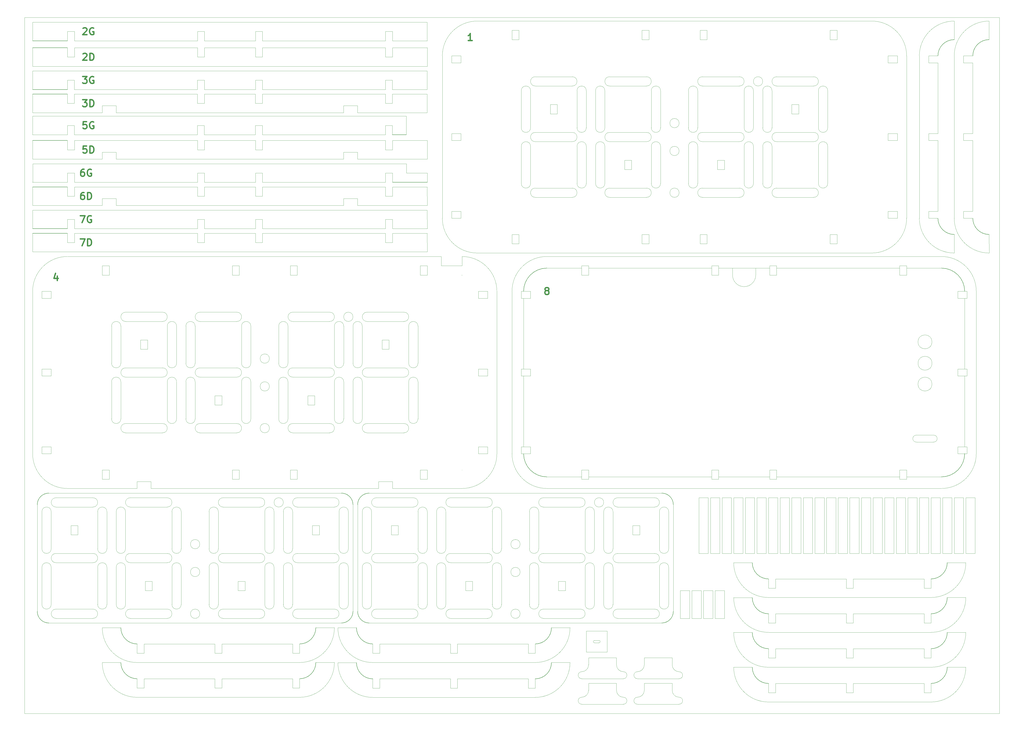
<source format=gbr>
%TF.GenerationSoftware,KiCad,Pcbnew,9.0.6-9.0.6~ubuntu24.04.1*%
%TF.CreationDate,2025-12-13T15:08:56+01:00*%
%TF.ProjectId,7_seg_led_tht_3mm,375f7365-675f-46c6-9564-5f7468745f33,1.0*%
%TF.SameCoordinates,Original*%
%TF.FileFunction,Other,User*%
%FSLAX46Y46*%
G04 Gerber Fmt 4.6, Leading zero omitted, Abs format (unit mm)*
G04 Created by KiCad (PCBNEW 9.0.6-9.0.6~ubuntu24.04.1) date 2025-12-13 15:08:56*
%MOMM*%
%LPD*%
G01*
G04 APERTURE LIST*
%ADD10C,0.100000*%
%ADD11C,0.050000*%
%ADD12C,0.200000*%
%ADD13C,0.600000*%
G04 APERTURE END LIST*
D10*
X104000005Y-268499933D02*
X104000005Y-284499933D01*
X188000002Y-206499930D02*
X204000002Y-206499930D01*
X158000005Y-314499933D02*
G75*
G02*
X158000005Y-310499867I-5J2000033D01*
G01*
D11*
X260953512Y-158499930D02*
G75*
G02*
X276000142Y-173499931I46488J-15000070D01*
G01*
D10*
X188000002Y-186499930D02*
G75*
G02*
X188000002Y-182499870I-2J2000030D01*
G01*
X463400000Y-195300000D02*
G75*
G02*
X457400000Y-195300000I-3000000J0D01*
G01*
X457400000Y-195300000D02*
G75*
G02*
X463400000Y-195300000I3000000J0D01*
G01*
X94000007Y-68500007D02*
X147000007Y-68500007D01*
X132000002Y-182499930D02*
G75*
G02*
X132000002Y-186499870I-2J-1999970D01*
G01*
X118000005Y-314499933D02*
X134000005Y-314499933D01*
X174000005Y-262499933D02*
G75*
G02*
X174000005Y-266499867I-5J-1999967D01*
G01*
X127000001Y-258499892D02*
X225000001Y-258499892D01*
X170000002Y-188499930D02*
X170000002Y-204499930D01*
D12*
X245953516Y-65499972D02*
X245978310Y-65500023D01*
D10*
X386500000Y-102999928D02*
G75*
G02*
X382500000Y-102999928I-2000000J0D01*
G01*
X238000002Y-188499930D02*
X238000002Y-204499930D01*
X106000005Y-250499895D02*
X109000005Y-250499895D01*
X109000005Y-254499895D01*
X106000005Y-254499895D01*
X106000005Y-250499895D01*
X314000007Y-292499763D02*
G75*
G02*
X318000007Y-292499763I2000000J0D01*
G01*
X121000001Y-255500063D02*
X127000001Y-255500063D01*
X220000002Y-210499930D02*
G75*
G02*
X220000002Y-206499870I-2J2000030D01*
G01*
X120999886Y-344528024D02*
X120999886Y-340528024D01*
X93953511Y-101999935D02*
X90953511Y-101999935D01*
X78000004Y-311500104D02*
X78000059Y-265523247D01*
X152000005Y-292499933D02*
X152000005Y-308499933D01*
D11*
X91046492Y-258499892D02*
X121000001Y-258499911D01*
D10*
X176000005Y-292499933D02*
X176000005Y-308499933D01*
X364500000Y-104999928D02*
X380500000Y-104999928D01*
X290000007Y-268499763D02*
G75*
G02*
X294000007Y-268499763I2000000J0D01*
G01*
X231000007Y-152500176D02*
X231000007Y-148500176D01*
X236000002Y-206499930D02*
G75*
G02*
X236000002Y-210499870I-2J-1999970D01*
G01*
D11*
X245933256Y-78499922D02*
X75979747Y-78499851D01*
D10*
X188011760Y-329528129D02*
X188011760Y-325528129D01*
X220000002Y-206499930D02*
X236000002Y-206499930D01*
X393500004Y-250499932D02*
X396500004Y-250499932D01*
X396500004Y-254499932D01*
X393500004Y-254499932D01*
X393500004Y-250499932D01*
X355000004Y-302499932D02*
X359000004Y-302499932D01*
X359000004Y-314499932D01*
X355000004Y-314499932D01*
X355000004Y-302499932D01*
X197999972Y-333506961D02*
X205999942Y-333492900D01*
X84000005Y-292499933D02*
X84000005Y-308499933D01*
X148000004Y-294500005D02*
G75*
G02*
X144000004Y-294500005I-2000000J0D01*
G01*
X144000004Y-294500005D02*
G75*
G02*
X148000004Y-294500005I2000000J0D01*
G01*
X136000005Y-292499933D02*
X136000005Y-308499933D01*
D11*
X267546490Y-156999928D02*
G75*
G02*
X252499900Y-141999927I-46490J15000028D01*
G01*
X76032441Y-116499998D02*
X105985950Y-116500017D01*
D10*
X240000007Y-310499763D02*
G75*
G02*
X240000007Y-314499837I-7J-2000037D01*
G01*
X150000007Y-152500176D02*
X150000007Y-148500176D01*
X231000007Y-148500176D02*
X245978310Y-148500160D01*
X150014058Y-122500139D02*
X147014058Y-122500139D01*
X104000005Y-292499933D02*
X104000005Y-308499933D01*
X150007113Y-108500081D02*
X172007113Y-108500081D01*
X354500004Y-337499934D02*
G75*
G02*
X354500004Y-340499866I-4J-1499966D01*
G01*
X268000005Y-173499895D02*
X272000005Y-173499895D01*
X272000005Y-176499895D01*
X268000005Y-176499895D01*
X268000005Y-173499895D01*
X296000007Y-290499763D02*
X312000007Y-290499763D01*
X208976861Y-260500158D02*
X83000012Y-260500106D01*
X378000265Y-320574616D02*
X386000234Y-320574612D01*
X230500009Y-274499765D02*
X233500009Y-274499765D01*
X233500009Y-278499765D01*
X230500009Y-278499765D01*
X230500009Y-274499765D01*
X227953511Y-105999835D02*
X174953511Y-105999835D01*
X474500004Y-206999932D02*
X478500004Y-206999932D01*
X478500004Y-209999932D01*
X474500004Y-209999932D01*
X474500004Y-206999932D01*
X157499934Y-325528124D02*
X157499934Y-329528024D01*
X158000005Y-314499933D02*
X174000005Y-314499933D01*
X396000251Y-312528054D02*
X396000251Y-316527954D01*
X225500076Y-340564713D02*
X256000076Y-340564613D01*
X324500000Y-132999928D02*
X340500000Y-132999928D01*
X322000007Y-292499763D02*
G75*
G02*
X326000007Y-292499763I2000000J0D01*
G01*
X231000007Y-128500176D02*
X245978310Y-128500160D01*
X362500000Y-86999928D02*
X362500000Y-102999928D01*
X134000002Y-188499930D02*
G75*
G02*
X138000002Y-188499930I2000000J0D01*
G01*
X428000005Y-262499933D02*
X432000005Y-262499933D01*
X432000005Y-286499933D01*
X428000005Y-286499933D01*
X428000005Y-262499933D01*
X292511760Y-329528131D02*
X289511760Y-329528131D01*
X147000014Y-146500257D02*
X147000014Y-142500357D01*
X154499934Y-329528024D02*
X154499934Y-325528024D01*
X254000007Y-308499763D02*
G75*
G02*
X250000007Y-308499763I-2000000J0D01*
G01*
D11*
X121046421Y-333528127D02*
X190999931Y-333528199D01*
D10*
X465978810Y-142011991D02*
X461978910Y-142011991D01*
X188000002Y-234499930D02*
X204000002Y-234499930D01*
X127000001Y-255500063D02*
X127000001Y-258499892D01*
X206000002Y-188499930D02*
X206000002Y-204499930D01*
X102000005Y-262499933D02*
G75*
G02*
X102000005Y-266499867I-5J-1999967D01*
G01*
X148000002Y-186499930D02*
X164000002Y-186499930D01*
X172014058Y-126500039D02*
X150014058Y-126500039D01*
X473000078Y-149000251D02*
X473014139Y-157000221D01*
X396000124Y-346556223D02*
X393000124Y-346556223D01*
D12*
X91000014Y-146500257D02*
X76000018Y-146500251D01*
D11*
X76000004Y-97999933D02*
X236953515Y-97999865D01*
D10*
X315530238Y-253499850D02*
X368530239Y-253499850D01*
X460011905Y-301499937D02*
X460011905Y-297499937D01*
X162000005Y-162499895D02*
X165000005Y-162499895D01*
X165000005Y-166499895D01*
X162000005Y-166499895D01*
X162000005Y-162499895D01*
X315500004Y-342499932D02*
X315500004Y-345499932D01*
D11*
X478000121Y-335509836D02*
G75*
G02*
X463000120Y-350556403I-14999981J-46514D01*
G01*
D10*
X292500000Y-108999928D02*
G75*
G02*
X292500000Y-104999872I0J2000028D01*
G01*
X93959725Y-92499811D02*
X93959725Y-88499811D01*
X122500004Y-194499932D02*
X125500004Y-194499932D01*
X125500004Y-198499932D01*
X122500004Y-198499932D01*
X122500004Y-194499932D01*
X86000005Y-290499933D02*
X102000005Y-290499933D01*
X477000107Y-72000008D02*
X481000107Y-72000008D01*
X116000005Y-292499933D02*
X116000005Y-308499933D01*
X429500251Y-312528054D02*
X460012077Y-312528059D01*
X324500000Y-104999928D02*
X340500000Y-104999928D01*
X147014058Y-126500139D02*
X94014058Y-126500039D01*
X218000007Y-292499763D02*
G75*
G02*
X222000007Y-292499763I2000000J0D01*
G01*
X228000007Y-152500176D02*
X231000007Y-152500176D01*
X91000007Y-72499907D02*
X94000007Y-72499907D01*
D12*
X91007113Y-108500081D02*
X76007117Y-108500087D01*
D11*
X252500000Y-72046418D02*
G75*
G02*
X267500001Y-56999858I15000000J46488D01*
G01*
D10*
X228007113Y-112499981D02*
X231007113Y-112499981D01*
X344000007Y-286499763D02*
G75*
G02*
X344000007Y-290499837I-7J-2000037D01*
G01*
X364500000Y-132999928D02*
X380500000Y-132999928D01*
X328000007Y-286499763D02*
X344000007Y-286499763D01*
X212000005Y-268499933D02*
X212000005Y-284499933D01*
D12*
X83023147Y-316500050D02*
G75*
G02*
X77999996Y-311500096I-23147J4999950D01*
G01*
D10*
X463011905Y-297500037D02*
X463011905Y-301499937D01*
X178000001Y-232500002D02*
G75*
G02*
X174000001Y-232500002I-2000000J0D01*
G01*
X174000001Y-232500002D02*
G75*
G02*
X178000001Y-232500002I2000000J0D01*
G01*
X158000005Y-290499933D02*
G75*
G02*
X158000005Y-286499867I-5J2000033D01*
G01*
X339500004Y-334499932D02*
G75*
G02*
X336500004Y-337499904I-3000004J32D01*
G01*
X224000007Y-286499763D02*
X240000007Y-286499763D01*
X91000007Y-61500007D02*
X94000007Y-61500007D01*
X429500251Y-312528054D02*
X429500251Y-316527954D01*
X238000002Y-212499930D02*
X238000002Y-228499930D01*
X180000005Y-284499933D02*
G75*
G02*
X176000005Y-284499933I-2000000J0D01*
G01*
D11*
X282500001Y-173546419D02*
X282499929Y-243499929D01*
D10*
X245963352Y-148500057D02*
X245977413Y-156500057D01*
X186000002Y-204499930D02*
G75*
G02*
X182000002Y-204499930I-2000000J0D01*
G01*
X116000005Y-284499933D02*
G75*
G02*
X112000005Y-284499933I-2000000J0D01*
G01*
D11*
X267546490Y-156999928D02*
X437499999Y-157000032D01*
D10*
X172000007Y-128500276D02*
X172000007Y-132500176D01*
X147000007Y-65499907D02*
X147000007Y-61500007D01*
X310500000Y-110999928D02*
G75*
G02*
X314500000Y-110999928I2000000J0D01*
G01*
X481000007Y-108500008D02*
X481000002Y-139011834D01*
X166000002Y-212499930D02*
G75*
G02*
X170000002Y-212499930I2000000J0D01*
G01*
X461979015Y-108500165D02*
X461979015Y-105500165D01*
X142000002Y-212499930D02*
G75*
G02*
X146000002Y-212499930I2000000J0D01*
G01*
X426500079Y-301499832D02*
X426500079Y-297499832D01*
X112000005Y-268499933D02*
X112000005Y-284499933D01*
X474500004Y-240499932D02*
X478500004Y-240499932D01*
X478500004Y-243499932D01*
X474500004Y-243499932D01*
X474500004Y-240499932D01*
X426500251Y-316527954D02*
X426500251Y-312527954D01*
X393000124Y-346556223D02*
X393000124Y-342556223D01*
X188011712Y-344528129D02*
X188011712Y-340528129D01*
D12*
X297530239Y-253499887D02*
G75*
G02*
X287500000Y-243525641I-30239J9999987D01*
G01*
D11*
X478000337Y-320528129D02*
G75*
G02*
X463000336Y-335574609I-14999937J-46471D01*
G01*
D10*
X328000007Y-266499763D02*
X344000007Y-266499763D01*
X393000251Y-316527954D02*
X393000251Y-312527954D01*
X296000007Y-266499763D02*
G75*
G02*
X296000007Y-262499837I-7J1999963D01*
G01*
X191011760Y-325528229D02*
X191011760Y-329528129D01*
X94007113Y-112499981D02*
X94007113Y-108499981D01*
D12*
X90959725Y-88499911D02*
X75959729Y-88499917D01*
D10*
X242000002Y-212499930D02*
X242000002Y-228499930D01*
X318000006Y-323999901D02*
X320000006Y-323999964D01*
X328000007Y-290499763D02*
G75*
G02*
X328000007Y-286499837I-7J1999963D01*
G01*
X90953511Y-101999935D02*
X90953511Y-105999935D01*
X116000002Y-210499930D02*
G75*
G02*
X116000002Y-206499870I-2J2000030D01*
G01*
X164000002Y-182499930D02*
G75*
G02*
X164000002Y-186499870I-2J-1999970D01*
G01*
X86000005Y-310499933D02*
X102000005Y-310499933D01*
X322500000Y-126999928D02*
G75*
G02*
X318500000Y-126999928I-2000000J0D01*
G01*
X94000014Y-146500257D02*
X147000014Y-146500257D01*
X318500000Y-110999928D02*
X318500000Y-126999928D01*
X297500005Y-163499932D02*
X312500004Y-163499895D01*
X188000002Y-210499930D02*
G75*
G02*
X188000002Y-206499870I-2J2000030D01*
G01*
X396500000Y-128999928D02*
X412500000Y-128999928D01*
X80000005Y-240499895D02*
X84000005Y-240499895D01*
X84000005Y-243499895D01*
X80000005Y-243499895D01*
X80000005Y-240499895D01*
X118000005Y-266499933D02*
X134000005Y-266499933D01*
X460012077Y-316528059D02*
X460012077Y-312528059D01*
X114000002Y-228499930D02*
G75*
G02*
X110000002Y-228499930I-2000000J0D01*
G01*
X142000002Y-188499930D02*
X142000002Y-204499930D01*
X463000005Y-262499933D02*
X467000005Y-262499933D01*
X467000005Y-286499933D01*
X463000005Y-286499933D01*
X463000005Y-262499933D01*
X334500009Y-274499765D02*
X337500009Y-274499765D01*
X337500009Y-278499765D01*
X334500009Y-278499765D01*
X334500009Y-274499765D01*
X290500000Y-86999928D02*
X290500000Y-102999928D01*
X224000007Y-266499763D02*
X240000007Y-266499763D01*
X84000005Y-268499933D02*
X84000005Y-284499933D01*
X314500000Y-102999928D02*
G75*
G02*
X310500000Y-102999928I-2000000J0D01*
G01*
X324500000Y-128999928D02*
X340500000Y-128999928D01*
X259000076Y-340564713D02*
X289511902Y-340564718D01*
X90979749Y-86499824D02*
X90979749Y-82499924D01*
X312500004Y-162499932D02*
X315500004Y-162499932D01*
X315500004Y-166499932D01*
X312500004Y-166499932D01*
X312500004Y-162499932D01*
X340500000Y-80999928D02*
G75*
G02*
X340500000Y-84999872I0J-1999972D01*
G01*
X227959725Y-92499811D02*
X230959725Y-92499811D01*
X473000005Y-262499933D02*
X477000005Y-262499933D01*
X477000005Y-286499933D01*
X473000005Y-286499933D01*
X473000005Y-262499933D01*
X198000020Y-318506961D02*
X205999990Y-318492900D01*
X290500000Y-102999928D02*
G75*
G02*
X286500000Y-102999928I-2000000J0D01*
G01*
X102000005Y-286499933D02*
G75*
G02*
X102000005Y-290499867I-5J-1999967D01*
G01*
X261000001Y-258499966D02*
X231000001Y-258499892D01*
X312000007Y-262499763D02*
G75*
G02*
X312000007Y-266499837I-7J-2000037D01*
G01*
X328000007Y-266499763D02*
G75*
G02*
X328000007Y-262499837I-7J1999963D01*
G01*
X191011712Y-344528129D02*
X188011712Y-344528129D01*
X245953520Y-96499975D02*
X215953520Y-96499901D01*
X176000005Y-292499933D02*
G75*
G02*
X180000005Y-292499933I2000000J0D01*
G01*
D12*
X393032476Y-297499965D02*
G75*
G02*
X385999960Y-290499928I-32376J7000065D01*
G01*
D10*
X294000007Y-284499763D02*
G75*
G02*
X290000007Y-284499763I-2000000J0D01*
G01*
X220000002Y-186499930D02*
G75*
G02*
X220000002Y-182499870I-2J2000030D01*
G01*
D11*
X76060551Y-118500136D02*
X237014062Y-118500069D01*
D10*
X171959725Y-92499811D02*
X174959725Y-92499811D01*
X164000002Y-230499930D02*
G75*
G02*
X164000002Y-234499870I-2J-1999970D01*
G01*
X225500076Y-340564713D02*
X225500076Y-344564613D01*
X236000002Y-182499930D02*
G75*
G02*
X236000002Y-186499870I-2J-1999970D01*
G01*
X286500004Y-173499932D02*
X290500004Y-173499932D01*
X290500004Y-176499932D01*
X286500004Y-176499932D01*
X286500004Y-173499932D01*
X261000007Y-158499859D02*
X261000007Y-162500063D01*
X245978310Y-68499891D02*
X245992371Y-76499861D01*
X481000007Y-108500008D02*
X477000107Y-108500008D01*
D12*
X473000078Y-149000251D02*
G75*
G02*
X465978827Y-142011991I-21178J7000051D01*
G01*
D10*
X344000007Y-262499763D02*
G75*
G02*
X344000007Y-266499837I-7J-2000037D01*
G01*
D11*
X452500000Y-141953438D02*
G75*
G02*
X437499999Y-156999972I-15000000J-46462D01*
G01*
D12*
X467499984Y-163499934D02*
G75*
G02*
X477500066Y-173499932I16J-10000066D01*
G01*
D10*
X339500004Y-331499932D02*
X339500004Y-334499932D01*
X419500003Y-148999931D02*
X422500003Y-148999931D01*
X422500003Y-152999931D01*
X419500003Y-152999931D01*
X419500003Y-148999931D01*
X412500000Y-128999928D02*
G75*
G02*
X412500000Y-132999872I0J-1999972D01*
G01*
X330500004Y-348499932D02*
G75*
G02*
X327499968Y-345499932I-4J3000032D01*
G01*
X377500004Y-163499932D02*
X377500005Y-166499932D01*
X259000076Y-344564613D02*
X256000076Y-344564613D01*
X242000007Y-292499763D02*
X242000007Y-308499763D01*
X91014058Y-126500139D02*
X76035755Y-126500155D01*
X461979015Y-75000165D02*
X461979015Y-72000165D01*
D12*
X245963352Y-148500087D02*
X245954054Y-148500386D01*
D11*
X282500001Y-173546418D02*
X282499929Y-243499928D01*
D10*
X118000005Y-310499933D02*
X134000005Y-310499933D01*
D11*
X307500073Y-333518226D02*
G75*
G02*
X292500072Y-348564795I-14999983J-46514D01*
G01*
D10*
X224000007Y-266499763D02*
G75*
G02*
X224000007Y-262499837I-7J1999963D01*
G01*
X90959725Y-92499811D02*
X93959725Y-92499811D01*
X320000006Y-323999964D02*
G75*
G02*
X320000006Y-325000036I-6J-500036D01*
G01*
X453000005Y-262499933D02*
X457000005Y-262499933D01*
X457000005Y-286499933D01*
X453000005Y-286499933D01*
X453000005Y-262499933D01*
X171979749Y-82499924D02*
X174979749Y-82499924D01*
X124500007Y-298499935D02*
X127500007Y-298499935D01*
X127500007Y-302499935D01*
X124500007Y-302499935D01*
X124500007Y-298499935D01*
X286500000Y-110999928D02*
G75*
G02*
X290500000Y-110999928I2000000J0D01*
G01*
X246014054Y-126500033D02*
X246007031Y-122500293D01*
X463012077Y-316528059D02*
X460012077Y-316528059D01*
X138000002Y-188499930D02*
X138000002Y-204499930D01*
D11*
X307499931Y-318481639D02*
G75*
G02*
X292499930Y-333528203I-14999981J-46511D01*
G01*
D10*
X448000005Y-262499933D02*
X452000005Y-262499933D01*
X452000005Y-286499933D01*
X448000005Y-286499933D01*
X448000005Y-262499933D01*
X268000005Y-240499895D02*
X272000005Y-240499895D01*
X272000005Y-243499895D01*
X268000005Y-243499895D01*
X268000005Y-240499895D01*
X368500004Y-162499932D02*
X371500004Y-162499932D01*
X371500004Y-166499932D01*
X368500004Y-166499932D01*
X368500004Y-162499932D01*
X146000002Y-188499930D02*
X146000002Y-204499930D01*
X110000002Y-212499930D02*
X110000002Y-228499930D01*
X149979749Y-86499824D02*
X171979749Y-86499824D01*
X312500004Y-351499932D02*
G75*
G02*
X312500004Y-348499868I-4J1500032D01*
G01*
X272000007Y-262499763D02*
G75*
G02*
X272000007Y-266499837I-7J-2000037D01*
G01*
X72500004Y-55499932D02*
X492500004Y-55499932D01*
X492500004Y-355499932D01*
X72500004Y-355499932D01*
X72500004Y-55499932D01*
D12*
X299500020Y-318506963D02*
G75*
G02*
X292511760Y-325528242I-7000120J-21137D01*
G01*
D10*
X412500000Y-80999928D02*
G75*
G02*
X412500000Y-84999872I0J-1999972D01*
G01*
X150000014Y-146500257D02*
X172000014Y-146500257D01*
X278000007Y-308499763D02*
G75*
G02*
X274000007Y-308499763I-2000000J0D01*
G01*
X91000007Y-152500176D02*
X94000007Y-152500176D01*
X290000007Y-292499763D02*
G75*
G02*
X294000007Y-292499763I2000000J0D01*
G01*
X148000002Y-186499930D02*
G75*
G02*
X148000002Y-182499870I-2J2000030D01*
G01*
X465978915Y-75000165D02*
X465979015Y-105500165D01*
X292511760Y-325528231D02*
X292511760Y-329528131D01*
X429500079Y-301499832D02*
X426500079Y-301499832D01*
X231000014Y-146500357D02*
X245978317Y-146500373D01*
D11*
X482500001Y-243453476D02*
X482500102Y-173499930D01*
X276000002Y-243453440D02*
G75*
G02*
X261000001Y-258499994I-14999992J-46490D01*
G01*
D10*
X146953511Y-101999935D02*
X146953511Y-105999935D01*
X408000005Y-262499933D02*
X412000005Y-262499933D01*
X412000005Y-286499933D01*
X408000005Y-286499933D01*
X408000005Y-262499933D01*
D11*
X282500001Y-173546419D02*
G75*
G02*
X297500002Y-158499859I14999999J46489D01*
G01*
D10*
X340500000Y-128999928D02*
G75*
G02*
X340500000Y-132999872I0J-1999972D01*
G01*
D11*
X393046827Y-335574619D02*
G75*
G02*
X378000209Y-320574618I-46527J15000019D01*
G01*
D10*
X364500000Y-84999928D02*
G75*
G02*
X364500000Y-80999872I0J2000028D01*
G01*
X158000005Y-290499933D02*
X174000005Y-290499933D01*
X174959725Y-88499811D02*
X227959725Y-88499911D01*
X382500000Y-110999928D02*
X382500000Y-126999928D01*
X76060549Y-126500104D02*
X76046488Y-118500134D01*
X220000002Y-210499930D02*
X236000002Y-210499930D01*
X429500079Y-297499932D02*
X429500079Y-301499832D01*
X315500004Y-163499895D02*
X368500005Y-163499895D01*
X256000007Y-266499763D02*
X272000007Y-266499763D01*
X339500004Y-342499932D02*
X339500004Y-345499932D01*
X322000007Y-268499763D02*
X322000007Y-284499763D01*
X292500000Y-80999928D02*
X308500000Y-80999928D01*
X228000007Y-65499907D02*
X228000007Y-61500007D01*
X242000002Y-204499930D02*
G75*
G02*
X238000002Y-204499930I-2000000J0D01*
G01*
D11*
X282500001Y-173546418D02*
G75*
G02*
X297500002Y-158499859I14999999J46488D01*
G01*
D10*
X84000005Y-308499933D02*
G75*
G02*
X80000005Y-308499933I-2000000J0D01*
G01*
X158000005Y-266499933D02*
G75*
G02*
X158000005Y-262499867I-5J2000033D01*
G01*
X243000005Y-250499895D02*
X246000005Y-250499895D01*
X246000005Y-254499895D01*
X243000005Y-254499895D01*
X243000005Y-250499895D01*
X250000007Y-268499763D02*
G75*
G02*
X254000007Y-268499763I2000000J0D01*
G01*
X350000007Y-308499763D02*
G75*
G02*
X346000007Y-308499763I-2000000J0D01*
G01*
X147000007Y-132500176D02*
X150000007Y-132500176D01*
X146979749Y-86499824D02*
X146979749Y-82499924D01*
X150000007Y-72499907D02*
X150000007Y-68499907D01*
X344000007Y-310499763D02*
G75*
G02*
X344000007Y-314499837I-7J-2000037D01*
G01*
X118000005Y-266499933D02*
G75*
G02*
X118000005Y-262499867I-5J2000033D01*
G01*
X423000005Y-262499933D02*
X427000005Y-262499933D01*
X427000005Y-286499933D01*
X423000005Y-286499933D01*
X423000005Y-262499933D01*
X396000079Y-301499832D02*
X393000079Y-301499832D01*
X278000007Y-284499763D02*
G75*
G02*
X274000007Y-284499763I-2000000J0D01*
G01*
X240000007Y-286499763D02*
G75*
G02*
X240000007Y-290499837I-7J-2000037D01*
G01*
D11*
X222546421Y-333528129D02*
G75*
G02*
X207499799Y-318528128I-46521J15000029D01*
G01*
D10*
X463012077Y-312528159D02*
X463012077Y-316528059D01*
X123999934Y-329528024D02*
X120999934Y-329528024D01*
X465978915Y-75000165D02*
X461979015Y-75000165D01*
X76014969Y-68500086D02*
X76040293Y-76499997D01*
X246000007Y-284499763D02*
G75*
G02*
X242000007Y-284499763I-2000000J0D01*
G01*
X148000004Y-312500005D02*
G75*
G02*
X144000004Y-312500005I-2000000J0D01*
G01*
X144000004Y-312500005D02*
G75*
G02*
X148000004Y-312500005I2000000J0D01*
G01*
X346500000Y-110999928D02*
X346500000Y-126999928D01*
X150000007Y-68500007D02*
X172000007Y-68500007D01*
X214000001Y-184500002D02*
G75*
G02*
X210000001Y-184500002I-2000000J0D01*
G01*
X210000001Y-184500002D02*
G75*
G02*
X214000001Y-184500002I2000000J0D01*
G01*
X110000002Y-212499930D02*
G75*
G02*
X114000002Y-212499930I2000000J0D01*
G01*
X477000107Y-75000008D02*
X477000107Y-72000008D01*
X324500000Y-108999928D02*
G75*
G02*
X324500000Y-104999872I0J2000028D01*
G01*
X154500004Y-218499932D02*
X157500004Y-218499932D01*
X157500004Y-222499932D01*
X154500004Y-222499932D01*
X154500004Y-218499932D01*
X481000007Y-75000008D02*
X477000107Y-75000008D01*
X146000002Y-228499930D02*
G75*
G02*
X142000002Y-228499930I-2000000J0D01*
G01*
X322500000Y-110999928D02*
X322500000Y-126999928D01*
X418000005Y-262499933D02*
X422000005Y-262499933D01*
X422000005Y-286499933D01*
X418000005Y-286499933D01*
X418000005Y-262499933D01*
X114000002Y-204499930D02*
G75*
G02*
X110000002Y-204499930I-2000000J0D01*
G01*
X105999859Y-318528124D02*
X113999828Y-318528120D01*
X331000002Y-116999930D02*
X334000002Y-116999930D01*
X334000002Y-120999930D01*
X331000002Y-120999930D01*
X331000002Y-116999930D01*
X315500004Y-345499932D02*
G75*
G02*
X312500004Y-348499904I-3000004J32D01*
G01*
D11*
X76060551Y-118500137D02*
X237014062Y-118500070D01*
D10*
X238000002Y-212499930D02*
G75*
G02*
X242000002Y-212499930I2000000J0D01*
G01*
X228014058Y-122500139D02*
X228014058Y-126500139D01*
X231007113Y-112499981D02*
X231007113Y-108499981D01*
X396500004Y-163499895D02*
X449500005Y-163499895D01*
X338500003Y-148999931D02*
X341500003Y-148999931D01*
X341500003Y-152999931D01*
X338500003Y-152999931D01*
X338500003Y-148999931D01*
X354500004Y-348499932D02*
G75*
G02*
X351499968Y-345499932I-4J3000032D01*
G01*
X214000004Y-265500112D02*
X213999950Y-311476961D01*
X147014058Y-122500139D02*
X147014058Y-126500139D01*
D11*
X393046738Y-320528057D02*
X463000248Y-320528129D01*
D10*
X162000005Y-250499895D02*
X165000005Y-250499895D01*
X165000005Y-254499895D01*
X162000005Y-254499895D01*
X162000005Y-250499895D01*
D12*
X90979749Y-86499824D02*
X75979753Y-86499818D01*
D10*
X228007113Y-108500081D02*
X228007113Y-112499981D01*
X378000005Y-262499933D02*
X382000005Y-262499933D01*
X382000005Y-286499933D01*
X378000005Y-286499933D01*
X378000005Y-262499933D01*
X346500000Y-102999928D02*
G75*
G02*
X342500000Y-102999928I-2000000J0D01*
G01*
X383000005Y-262499933D02*
X387000005Y-262499933D01*
X387000005Y-286499933D01*
X383000005Y-286499933D01*
X383000005Y-262499933D01*
X358500000Y-110999928D02*
G75*
G02*
X362500000Y-110999928I2000000J0D01*
G01*
X212000005Y-308499933D02*
G75*
G02*
X208000005Y-308499933I-2000000J0D01*
G01*
X188000005Y-284499933D02*
G75*
G02*
X184000005Y-284499933I-2000000J0D01*
G01*
X136000005Y-268499933D02*
X136000005Y-284499933D01*
X174959725Y-92499811D02*
X174959725Y-88499811D01*
X188000002Y-186499930D02*
X204000002Y-186499930D01*
X86000005Y-314499933D02*
G75*
G02*
X86000005Y-310499927I-25J2000003D01*
G01*
X330500004Y-337499932D02*
G75*
G02*
X327499968Y-334499932I-4J3000032D01*
G01*
X312500004Y-250499932D02*
X315500004Y-250499932D01*
X315500004Y-254499932D01*
X312500004Y-254499932D01*
X312500004Y-250499932D01*
D11*
X437453510Y-56999928D02*
X267500001Y-56999857D01*
D10*
X175000007Y-72499907D02*
X175000007Y-68499907D01*
X322000007Y-268499763D02*
G75*
G02*
X326000007Y-268499763I2000000J0D01*
G01*
X318000007Y-308499763D02*
G75*
G02*
X314000007Y-308499763I-2000000J0D01*
G01*
X206000005Y-310499933D02*
G75*
G02*
X206000005Y-314499867I-5J-1999967D01*
G01*
X278000007Y-292499763D02*
X278000007Y-308499763D01*
X382500000Y-86999928D02*
X382500000Y-102999928D01*
X386500000Y-126999928D02*
G75*
G02*
X382500000Y-126999928I-2000000J0D01*
G01*
X90953511Y-105999935D02*
X75975208Y-105999951D01*
X310500000Y-86999928D02*
G75*
G02*
X314500000Y-86999928I2000000J0D01*
G01*
X138000002Y-228499930D02*
G75*
G02*
X134000002Y-228499930I-2000000J0D01*
G01*
X230979749Y-86499924D02*
X245958052Y-86499940D01*
X326000007Y-268499763D02*
X326000007Y-284499763D01*
X150000014Y-142500357D02*
X150000014Y-146500357D01*
X318500000Y-110999928D02*
G75*
G02*
X322500000Y-110999928I2000000J0D01*
G01*
X477500005Y-209999895D02*
X477500005Y-240499895D01*
D11*
X478000248Y-305481567D02*
G75*
G02*
X463000247Y-320528120I-14999948J-46533D01*
G01*
D10*
X246000007Y-308499763D02*
G75*
G02*
X242000007Y-308499763I-2000000J0D01*
G01*
X102000005Y-310499933D02*
G75*
G02*
X102000005Y-314499867I-5J-1999967D01*
G01*
X470000337Y-305506891D02*
X478000307Y-305492830D01*
X354500004Y-351499932D02*
X336500000Y-351499932D01*
X148000002Y-206499930D02*
X164000002Y-206499930D01*
X330500004Y-348499934D02*
G75*
G02*
X330500004Y-351499866I-4J-1499966D01*
G01*
X190000005Y-262499933D02*
X206000005Y-262499933D01*
X156000005Y-292499933D02*
X156000005Y-308499933D01*
X170000002Y-228499930D02*
G75*
G02*
X166000002Y-228499930I-2000000J0D01*
G01*
X444500003Y-138999931D02*
X448500003Y-138999931D01*
X448500003Y-141999931D01*
X444500003Y-141999931D01*
X444500003Y-138999931D01*
X172000014Y-146500257D02*
X172000014Y-142500357D01*
X364500000Y-108999928D02*
X380500000Y-108999928D01*
X328000007Y-290499763D02*
X344000007Y-290499763D01*
X104000005Y-292499933D02*
G75*
G02*
X108000005Y-292499933I2000000J0D01*
G01*
X481000007Y-75000008D02*
X481000107Y-105500008D01*
X134000002Y-212499930D02*
G75*
G02*
X138000002Y-212499930I2000000J0D01*
G01*
X256000007Y-290499763D02*
X272000007Y-290499763D01*
X172000007Y-72499907D02*
X175000007Y-72499907D01*
X182000002Y-212499930D02*
X182000002Y-228499930D01*
X418500000Y-102999928D02*
G75*
G02*
X414500000Y-102999928I-2000000J0D01*
G01*
X396530238Y-253499850D02*
X449530239Y-253499850D01*
X255999934Y-329528026D02*
X255999934Y-325528026D01*
X84000005Y-284499933D02*
G75*
G02*
X80000005Y-284499933I-2000000J0D01*
G01*
X116000005Y-308499933D02*
G75*
G02*
X112000005Y-308499933I-2000000J0D01*
G01*
X210000002Y-212499930D02*
X210000002Y-228499930D01*
X138000002Y-204499930D02*
G75*
G02*
X134000002Y-204499930I-2000000J0D01*
G01*
X134000005Y-262499933D02*
G75*
G02*
X134000005Y-266499867I-5J-1999967D01*
G01*
X222000007Y-292499763D02*
X222000007Y-308499763D01*
X140000005Y-308499933D02*
G75*
G02*
X136000005Y-308499933I-2000000J0D01*
G01*
X209978844Y-136500193D02*
X209978844Y-133500364D01*
X318000007Y-292499763D02*
X318000007Y-308499763D01*
X371530238Y-253499850D02*
X393530238Y-253499850D01*
X326000007Y-308499763D02*
G75*
G02*
X322000007Y-308499763I-2000000J0D01*
G01*
X342500000Y-86999928D02*
X342500000Y-102999928D01*
X426500124Y-346556223D02*
X426500124Y-342556223D01*
X254000007Y-292499763D02*
X254000007Y-308499763D01*
X393000005Y-262499933D02*
X397000005Y-262499933D01*
X397000005Y-286499933D01*
X393000005Y-286499933D01*
X393000005Y-262499933D01*
X472978915Y-57000090D02*
X472978919Y-65000059D01*
X222000007Y-284499763D02*
G75*
G02*
X218000007Y-284499763I-2000000J0D01*
G01*
X207499859Y-318528126D02*
X215499828Y-318528122D01*
X256000007Y-314499763D02*
X272000007Y-314499763D01*
X296000007Y-310499763D02*
X312000007Y-310499763D01*
X342500000Y-86999928D02*
G75*
G02*
X346500000Y-86999928I2000000J0D01*
G01*
X206000005Y-262499933D02*
G75*
G02*
X206000005Y-266499867I-5J-1999967D01*
G01*
X220000002Y-234499930D02*
G75*
G02*
X220000002Y-230499870I-2J2000030D01*
G01*
X86000005Y-262499933D02*
X102000005Y-262499933D01*
X172000007Y-68500007D02*
X172000007Y-72499907D01*
X312500004Y-340499932D02*
G75*
G02*
X312500004Y-337499868I-4J1500032D01*
G01*
X419500003Y-60999931D02*
X422500003Y-60999931D01*
X422500003Y-64999931D01*
X419500003Y-64999931D01*
X419500003Y-60999931D01*
X196500007Y-274499935D02*
X199500007Y-274499935D01*
X199500007Y-278499935D01*
X196500007Y-278499935D01*
X196500007Y-274499935D01*
X296000007Y-314499763D02*
G75*
G02*
X296000007Y-310499837I-7J1999963D01*
G01*
X461978910Y-142011991D02*
X461978910Y-139011991D01*
X114000002Y-212499930D02*
X114000002Y-228499930D01*
X371000002Y-116999930D02*
X374000002Y-116999930D01*
X374000002Y-120999930D01*
X371000002Y-120999930D01*
X371000002Y-116999930D01*
X186000002Y-212499930D02*
X186000002Y-228499930D01*
X387500004Y-166499932D02*
X387500003Y-163499932D01*
X292500000Y-132999928D02*
G75*
G02*
X292500000Y-128999872I0J2000028D01*
G01*
X327500004Y-342499932D02*
X327500004Y-345499932D01*
X390500000Y-86999928D02*
X390500000Y-102999928D01*
X174000005Y-286499933D02*
G75*
G02*
X174000005Y-290499867I-5J-1999967D01*
G01*
X414500000Y-110999928D02*
G75*
G02*
X418500000Y-110999928I2000000J0D01*
G01*
X224000007Y-290499763D02*
G75*
G02*
X224000007Y-286499837I-7J1999963D01*
G01*
X116000002Y-234499930D02*
G75*
G02*
X116000002Y-230499870I-2J2000030D01*
G01*
X396500000Y-132999928D02*
G75*
G02*
X396500000Y-128999872I0J2000028D01*
G01*
X452530238Y-253499850D02*
X467530208Y-253499889D01*
X152000005Y-292499933D02*
G75*
G02*
X156000005Y-292499933I2000000J0D01*
G01*
D12*
X91000007Y-68500007D02*
X76000011Y-68500013D01*
D10*
X105999811Y-333528124D02*
X113999780Y-333528120D01*
X365000004Y-302499932D02*
X369000004Y-302499932D01*
X369000004Y-314499932D01*
X365000004Y-314499932D01*
X365000004Y-302499932D01*
X444500003Y-105499931D02*
X448500003Y-105499931D01*
X448500003Y-108499931D01*
X444500003Y-108499931D01*
X444500003Y-105499931D01*
X346500000Y-126999928D02*
G75*
G02*
X342500000Y-126999928I-2000000J0D01*
G01*
X147000007Y-72499907D02*
X150000007Y-72499907D01*
X254000007Y-268499763D02*
X254000007Y-284499763D01*
X227959725Y-88499911D02*
X227959725Y-92499811D01*
X180000005Y-268499933D02*
X180000005Y-284499933D01*
D11*
X488046494Y-157000005D02*
G75*
G02*
X472999923Y-142000004I-46494J15000005D01*
G01*
D10*
X245970458Y-108499892D02*
X245984519Y-116499862D01*
X116000002Y-234499930D02*
X132000002Y-234499930D01*
X111953520Y-93500072D02*
X111953520Y-96499901D01*
X190000005Y-286499933D02*
X206000005Y-286499933D01*
X230979749Y-82499924D02*
X230979749Y-86499924D01*
X147000007Y-152500176D02*
X150000007Y-152500176D01*
X373000005Y-262499933D02*
X377000005Y-262499933D01*
X377000005Y-286499933D01*
X373000005Y-286499933D01*
X373000005Y-262499933D01*
X224000007Y-262499763D02*
X240000007Y-262499763D01*
X336500004Y-351499932D02*
G75*
G02*
X336500004Y-348499868I-4J1500032D01*
G01*
D12*
X470000426Y-320553453D02*
G75*
G02*
X463012166Y-327574748I-7000126J-21147D01*
G01*
D10*
X245963352Y-128500087D02*
X245977413Y-136500057D01*
X123999886Y-340528124D02*
X123999886Y-344528024D01*
X346976863Y-260499988D02*
X221000014Y-260499936D01*
X166000002Y-212499930D02*
X166000002Y-228499930D01*
D11*
X245953520Y-138500354D02*
X76000015Y-138500286D01*
D10*
X140000005Y-284499933D02*
G75*
G02*
X136000005Y-284499933I-2000000J0D01*
G01*
X231000007Y-72499907D02*
X231000007Y-68499907D01*
X116000002Y-186499930D02*
G75*
G02*
X116000002Y-182499870I-2J2000030D01*
G01*
X470000426Y-320553453D02*
X478000396Y-320539392D01*
X342500000Y-110999928D02*
X342500000Y-126999928D01*
X378000004Y-290499932D02*
X385999973Y-290499928D01*
X226500004Y-194499932D02*
X229500004Y-194499932D01*
X229500004Y-198499932D01*
X226500004Y-198499932D01*
X226500004Y-194499932D01*
X228000007Y-132500176D02*
X231000007Y-132500176D01*
X463419393Y-204507950D02*
G75*
G02*
X457419393Y-204507950I-3000000J0D01*
G01*
X457419393Y-204507950D02*
G75*
G02*
X463419393Y-204507950I3000000J0D01*
G01*
X394500000Y-102999928D02*
G75*
G02*
X390500000Y-102999928I-2000000J0D01*
G01*
X114000002Y-188499930D02*
X114000002Y-204499930D01*
X76000002Y-105999900D02*
X75985941Y-97999930D01*
D12*
X197999972Y-333506961D02*
G75*
G02*
X191011712Y-340528194I-7000072J-21139D01*
G01*
D10*
X116000002Y-186499930D02*
X132000002Y-186499930D01*
D11*
X457978912Y-72046652D02*
X457978840Y-142000162D01*
D10*
X314500000Y-110999928D02*
X314500000Y-126999928D01*
X396000340Y-331574516D02*
X393000340Y-331574516D01*
X363500003Y-148999931D02*
X366500003Y-148999931D01*
X366500003Y-152999931D01*
X363500003Y-152999931D01*
X363500003Y-148999931D01*
X243000005Y-162499895D02*
X246000005Y-162499895D01*
X246000005Y-166499895D01*
X243000005Y-166499895D01*
X243000005Y-162499895D01*
X225500076Y-344564613D02*
X222500076Y-344564613D01*
X396000079Y-297499932D02*
X396000079Y-301499832D01*
X292500000Y-104999928D02*
X308500000Y-104999928D01*
X190000005Y-266499933D02*
G75*
G02*
X190000005Y-262499867I-5J2000033D01*
G01*
X120999934Y-329528024D02*
X120999934Y-325528024D01*
D11*
X437453510Y-56999928D02*
G75*
G02*
X452500044Y-71999929I46490J-14999972D01*
G01*
D10*
X224000007Y-314499763D02*
X240000007Y-314499763D01*
X111978844Y-133500364D02*
X111978844Y-136500193D01*
X138000002Y-212499930D02*
X138000002Y-228499930D01*
X158000005Y-262499933D02*
X174000005Y-262499933D01*
X286000006Y-312499835D02*
G75*
G02*
X282000006Y-312499835I-2000000J0D01*
G01*
X282000006Y-312499835D02*
G75*
G02*
X286000006Y-312499835I2000000J0D01*
G01*
X150007113Y-112499981D02*
X150007113Y-108499981D01*
D11*
X245933256Y-78499921D02*
X75979747Y-78499850D01*
D10*
X112000005Y-268499933D02*
G75*
G02*
X116000005Y-268499933I2000000J0D01*
G01*
X218000007Y-292499763D02*
X218000007Y-308499763D01*
X108000005Y-292499933D02*
X108000005Y-308499933D01*
X262500009Y-298499765D02*
X265500009Y-298499765D01*
X265500009Y-302499765D01*
X262500009Y-302499765D01*
X262500009Y-298499765D01*
X174000005Y-310499933D02*
G75*
G02*
X174000005Y-314499867I-5J-1999967D01*
G01*
X246000007Y-268499763D02*
X246000007Y-284499763D01*
X94000007Y-61500007D02*
X94000007Y-65500007D01*
X396500000Y-108999928D02*
G75*
G02*
X396500000Y-104999872I0J2000028D01*
G01*
X315500004Y-331499932D02*
X327500004Y-331499932D01*
X336500004Y-340499932D02*
G75*
G02*
X336500004Y-337499868I-4J1500032D01*
G01*
X214000002Y-212499930D02*
X214000002Y-228499930D01*
X297530239Y-253499887D02*
X312530238Y-253499850D01*
X175007113Y-112499981D02*
X175007113Y-108499981D01*
D12*
X216000060Y-265523077D02*
G75*
G02*
X221000014Y-260499906I4999940J23177D01*
G01*
D10*
X390499999Y-83000000D02*
G75*
G02*
X386499999Y-83000000I-2000000J0D01*
G01*
X386499999Y-83000000D02*
G75*
G02*
X390499999Y-83000000I2000000J0D01*
G01*
X91007113Y-108500081D02*
X91007113Y-112499981D01*
X449500004Y-162499932D02*
X452500004Y-162499932D01*
X452500004Y-166499932D01*
X449500004Y-166499932D01*
X449500004Y-162499932D01*
X188000005Y-308499933D02*
G75*
G02*
X184000005Y-308499933I-2000000J0D01*
G01*
X105953520Y-93500072D02*
X111953520Y-93500072D01*
X346000007Y-292499763D02*
X346000007Y-308499763D01*
X123999934Y-325528124D02*
X123999934Y-329528024D01*
X429500124Y-342556323D02*
X429500124Y-346556223D01*
X147007113Y-108500081D02*
X147007113Y-112499981D01*
X105985950Y-113500169D02*
X111985950Y-113500169D01*
X254000007Y-284499763D02*
G75*
G02*
X250000007Y-284499763I-2000000J0D01*
G01*
X250000007Y-292499763D02*
G75*
G02*
X254000007Y-292499763I2000000J0D01*
G01*
X386500000Y-110999928D02*
X386500000Y-126999928D01*
D12*
X78000058Y-265523247D02*
G75*
G02*
X83000012Y-260500104I4999942J23147D01*
G01*
D10*
X116000002Y-182499930D02*
X132000002Y-182499930D01*
X403000002Y-92999930D02*
X406000002Y-92999930D01*
X406000002Y-96999930D01*
X403000002Y-96999930D01*
X403000002Y-92999930D01*
X175007113Y-108499981D02*
X228007113Y-108500081D01*
X152000005Y-268499933D02*
X152000005Y-284499933D01*
X398000005Y-262499933D02*
X402000005Y-262499933D01*
X402000005Y-286499933D01*
X398000005Y-286499933D01*
X398000005Y-262499933D01*
X256500003Y-138999931D02*
X260500003Y-138999931D01*
X260500003Y-141999931D01*
X256500003Y-141999931D01*
X256500003Y-138999931D01*
X91000014Y-142500357D02*
X94000014Y-142500357D01*
X339500004Y-345499932D02*
G75*
G02*
X336500004Y-348499904I-3000004J32D01*
G01*
X231007113Y-108499981D02*
X245985416Y-108499965D01*
X318000006Y-324999964D02*
G75*
G02*
X318000006Y-324000036I-6J499964D01*
G01*
X228014058Y-126500039D02*
X175014058Y-126500039D01*
X214000002Y-212499930D02*
G75*
G02*
X218000002Y-212499930I2000000J0D01*
G01*
X91000007Y-68500007D02*
X91000007Y-72499907D01*
X403000005Y-262499933D02*
X407000005Y-262499933D01*
X407000005Y-286499933D01*
X403000005Y-286499933D01*
X403000005Y-262499933D01*
X134000002Y-212499930D02*
X134000002Y-228499930D01*
X278000007Y-268499763D02*
X278000007Y-284499763D01*
X93959725Y-88499911D02*
X146959725Y-88499911D01*
X362500000Y-102999928D02*
G75*
G02*
X358500000Y-102999928I-2000000J0D01*
G01*
X324500000Y-108999928D02*
X340500000Y-108999928D01*
D11*
X222546421Y-333528129D02*
X292499931Y-333528201D01*
D10*
X174979749Y-82499924D02*
X174979749Y-86499924D01*
X172000007Y-61500007D02*
X175000007Y-61500007D01*
X182000002Y-188499930D02*
G75*
G02*
X186000002Y-188499930I2000000J0D01*
G01*
X224000007Y-310499763D02*
X240000007Y-310499763D01*
D12*
X221023149Y-316499880D02*
G75*
G02*
X215999966Y-311499926I-23149J4999980D01*
G01*
D10*
X393000340Y-331574516D02*
X393000340Y-327574516D01*
X231000001Y-255500063D02*
X231000001Y-258499892D01*
X326000007Y-284499763D02*
G75*
G02*
X322000007Y-284499763I-2000000J0D01*
G01*
X314000007Y-292499763D02*
X314000007Y-308499763D01*
X340500000Y-104999928D02*
G75*
G02*
X340500000Y-108999872I0J-1999972D01*
G01*
X354499999Y-113000000D02*
G75*
G02*
X350499999Y-113000000I-2000000J0D01*
G01*
X350499999Y-113000000D02*
G75*
G02*
X354499999Y-113000000I2000000J0D01*
G01*
D11*
X473000004Y-72046495D02*
G75*
G02*
X488000005Y-56999932I14999996J46495D01*
G01*
D10*
X258999934Y-325528126D02*
X258999934Y-329528026D01*
X116000002Y-230499930D02*
X132000002Y-230499930D01*
X292500000Y-108999928D02*
X308500000Y-108999928D01*
X390500000Y-110999928D02*
X390500000Y-126999928D01*
X228000007Y-68500007D02*
X228000007Y-72499907D01*
X246007031Y-122500140D02*
X246007031Y-122500293D01*
X318000007Y-284499763D02*
G75*
G02*
X314000007Y-284499763I-2000000J0D01*
G01*
X220000002Y-234499930D02*
X236000002Y-234499930D01*
X186000002Y-188499930D02*
X186000002Y-204499930D01*
X208000005Y-268499933D02*
X208000005Y-284499933D01*
X112000005Y-292499933D02*
G75*
G02*
X116000005Y-292499933I2000000J0D01*
G01*
X206000002Y-212499930D02*
G75*
G02*
X210000002Y-212499930I2000000J0D01*
G01*
X380500000Y-80999928D02*
G75*
G02*
X380500000Y-84999872I0J-1999972D01*
G01*
D11*
X467453511Y-158499928D02*
G75*
G02*
X482500044Y-173499929I46489J-14999972D01*
G01*
D10*
X274000007Y-268499763D02*
X274000007Y-284499763D01*
X214000002Y-188499930D02*
G75*
G02*
X218000002Y-188499930I2000000J0D01*
G01*
D12*
X480999974Y-72032405D02*
G75*
G02*
X488000011Y-64999899I7000026J32405D01*
G01*
D10*
X380500000Y-128999928D02*
G75*
G02*
X380500000Y-132999872I0J-1999972D01*
G01*
X220000002Y-230499930D02*
X236000002Y-230499930D01*
X308500000Y-80999928D02*
G75*
G02*
X308500000Y-84999872I0J-1999972D01*
G01*
X172000007Y-148500276D02*
X172000007Y-152500176D01*
X156000005Y-268499933D02*
X156000005Y-284499933D01*
X80000005Y-292499933D02*
X80000005Y-308499933D01*
X382500000Y-110999928D02*
G75*
G02*
X386500000Y-110999928I2000000J0D01*
G01*
X187000005Y-250499895D02*
X190000005Y-250499895D01*
X190000005Y-254499895D01*
X187000005Y-254499895D01*
X187000005Y-250499895D01*
X147000007Y-68500007D02*
X147000007Y-72499907D01*
X172000014Y-142500357D02*
X175000014Y-142500357D01*
X477000002Y-139011834D02*
X481000002Y-139011834D01*
X157499886Y-340528124D02*
X157499886Y-344528024D01*
X414500000Y-86999928D02*
X414500000Y-102999928D01*
X225000001Y-255500063D02*
X231000001Y-255500063D01*
X354500004Y-337499932D02*
G75*
G02*
X351499968Y-334499932I-4J3000032D01*
G01*
X452500004Y-163499895D02*
X467499974Y-163499934D01*
X108000005Y-268499933D02*
X108000005Y-284499933D01*
X80000005Y-268499933D02*
G75*
G02*
X84000005Y-268499933I2000000J0D01*
G01*
X190000005Y-290499933D02*
X206000005Y-290499933D01*
X190000005Y-266499933D02*
X206000005Y-266499933D01*
X171959725Y-88499911D02*
X171959725Y-92499811D01*
X172007113Y-112499981D02*
X175007113Y-112499981D01*
X463011905Y-301499937D02*
X460011905Y-301499937D01*
X134000005Y-286499933D02*
G75*
G02*
X134000005Y-290499867I-5J-1999967D01*
G01*
X350000007Y-284499763D02*
G75*
G02*
X346000007Y-284499763I-2000000J0D01*
G01*
D11*
X482500001Y-243453439D02*
G75*
G02*
X467500000Y-258499973I-15000001J-46461D01*
G01*
D10*
X148000002Y-210499930D02*
X164000002Y-210499930D01*
X80000005Y-173499895D02*
X84000005Y-173499895D01*
X84000005Y-176499895D01*
X80000005Y-176499895D01*
X80000005Y-173499895D01*
D12*
X470000337Y-305506891D02*
G75*
G02*
X463012077Y-312528159I-7000037J-21209D01*
G01*
D10*
X230959725Y-92499811D02*
X230959725Y-88499811D01*
X191011712Y-340528229D02*
X191011712Y-344528129D01*
D12*
X470000210Y-335535160D02*
G75*
G02*
X463011950Y-342556432I-7000110J-21140D01*
G01*
D10*
X175000007Y-132500176D02*
X175000007Y-128500176D01*
X342500000Y-110999928D02*
G75*
G02*
X346500000Y-110999928I2000000J0D01*
G01*
X186000002Y-228499930D02*
G75*
G02*
X182000002Y-228499930I-2000000J0D01*
G01*
X164500007Y-298499935D02*
X167500007Y-298499935D01*
X167500007Y-302499935D01*
X164500007Y-302499935D01*
X164500007Y-298499935D01*
X94000007Y-128500276D02*
X147000007Y-128500276D01*
X111985950Y-116499998D02*
X209985950Y-116499998D01*
X354499999Y-101000000D02*
G75*
G02*
X350499999Y-101000000I-2000000J0D01*
G01*
X350499999Y-101000000D02*
G75*
G02*
X354499999Y-101000000I2000000J0D01*
G01*
X157499886Y-340528124D02*
X188011712Y-340528129D01*
D12*
X213999950Y-311476961D02*
G75*
G02*
X208999996Y-316500104I-4999950J-23139D01*
G01*
D11*
X478000076Y-290453445D02*
G75*
G02*
X463000075Y-305500008I-14999976J-46515D01*
G01*
D10*
X362500000Y-110999928D02*
X362500000Y-126999928D01*
X190000005Y-314499933D02*
X206000005Y-314499933D01*
X123999886Y-340528124D02*
X154499886Y-340528024D01*
X75991016Y-86499759D02*
X75976955Y-78499789D01*
X148000002Y-182499930D02*
X164000002Y-182499930D01*
X222499934Y-329528026D02*
X222499934Y-325528026D01*
D11*
X245953514Y-57500004D02*
X76000005Y-57499933D01*
D10*
X351500004Y-342499932D02*
X351500004Y-345499932D01*
X184000005Y-292499933D02*
G75*
G02*
X188000005Y-292499933I2000000J0D01*
G01*
X444500003Y-71999931D02*
X448500003Y-71999931D01*
X448500003Y-74999931D01*
X444500003Y-74999931D01*
X444500003Y-71999931D01*
X256000076Y-344564613D02*
X256000076Y-340564613D01*
D12*
X245953522Y-146500322D02*
X245978316Y-146500373D01*
D10*
X322000006Y-264499835D02*
G75*
G02*
X318000006Y-264499835I-2000000J0D01*
G01*
X318000006Y-264499835D02*
G75*
G02*
X322000006Y-264499835I2000000J0D01*
G01*
X256500003Y-105499931D02*
X260500003Y-105499931D01*
X260500003Y-108499931D01*
X256500003Y-108499931D01*
X256500003Y-105499931D01*
X105978844Y-136500193D02*
X105978844Y-133500364D01*
X174953511Y-105999835D02*
X174953511Y-101999935D01*
X296000007Y-266499763D02*
X312000007Y-266499763D01*
X188000002Y-230499930D02*
X204000002Y-230499930D01*
X184000005Y-268499933D02*
G75*
G02*
X188000005Y-268499933I2000000J0D01*
G01*
D12*
X91000007Y-65499907D02*
X76000011Y-65499901D01*
D10*
X123999886Y-344528024D02*
X120999886Y-344528024D01*
X172000007Y-152500176D02*
X175000007Y-152500176D01*
X209953520Y-93500072D02*
X215953520Y-93500072D01*
X231014058Y-122500139D02*
X228014058Y-122500139D01*
D11*
X393046827Y-335574619D02*
X463000337Y-335574691D01*
D10*
X429500124Y-346556223D02*
X426500124Y-346556223D01*
X327500004Y-331499932D02*
X327500004Y-334499932D01*
X230953511Y-101999935D02*
X227953511Y-101999935D01*
D12*
X245963352Y-148500087D02*
X245954054Y-148500386D01*
D10*
X231014058Y-126500039D02*
X231014058Y-122500139D01*
X461978910Y-139011991D02*
X465978910Y-139011991D01*
D11*
X482500001Y-243453438D02*
G75*
G02*
X467500000Y-258499973I-15000001J-46462D01*
G01*
D10*
X150000007Y-132500176D02*
X150000007Y-128500176D01*
X324500000Y-132999928D02*
G75*
G02*
X324500000Y-128999872I0J2000028D01*
G01*
X292500000Y-128999928D02*
X308500000Y-128999928D01*
X378000049Y-335556323D02*
X386000018Y-335556319D01*
X297546491Y-258499929D02*
X467498569Y-258499792D01*
X396500000Y-84999928D02*
X412500000Y-84999928D01*
X224000007Y-290499763D02*
X240000007Y-290499763D01*
X358500000Y-86999928D02*
G75*
G02*
X362500000Y-86999928I2000000J0D01*
G01*
X245944525Y-86499833D02*
X245930464Y-78499863D01*
X245985950Y-116500072D02*
X215985950Y-116499998D01*
D11*
X473000004Y-72046495D02*
X472999932Y-142000005D01*
D10*
X94000007Y-72499907D02*
X94000007Y-68499907D01*
D11*
X91046496Y-158499930D02*
X252000007Y-158499859D01*
X76025335Y-136500193D02*
X105978844Y-136500212D01*
D10*
X225499934Y-325528126D02*
X255999934Y-325528026D01*
X238000002Y-188499930D02*
G75*
G02*
X242000002Y-188499930I2000000J0D01*
G01*
X188000002Y-182499930D02*
X204000002Y-182499930D01*
X292500000Y-84999928D02*
X308500000Y-84999928D01*
D12*
X231014058Y-126500039D02*
X246014054Y-126500033D01*
D10*
X237007031Y-122500293D02*
X246007031Y-122500293D01*
X146979749Y-82499924D02*
X149979749Y-82499924D01*
X315500004Y-331499932D02*
X315500004Y-334499932D01*
X209985950Y-116499998D02*
X209985950Y-113500169D01*
X274000007Y-292499763D02*
X274000007Y-308499763D01*
X111985950Y-113500169D02*
X111985950Y-116499998D01*
X287500005Y-240499895D02*
X287500005Y-209999895D01*
X245953516Y-65499972D02*
X245967577Y-57500002D01*
X184000005Y-268499933D02*
X184000005Y-284499933D01*
X171953511Y-101999935D02*
X171953511Y-105999935D01*
X227979749Y-82499924D02*
X230979749Y-82499924D01*
X182000002Y-212499930D02*
G75*
G02*
X186000002Y-212499930I2000000J0D01*
G01*
X350000007Y-268499763D02*
X350000007Y-284499763D01*
X228000007Y-72499907D02*
X231000007Y-72499907D01*
X227979749Y-86499824D02*
X227979749Y-82499924D01*
D11*
X205999931Y-318481637D02*
G75*
G02*
X190999930Y-333528203I-14999981J-46513D01*
G01*
D10*
X94014058Y-122500139D02*
X91014058Y-122500139D01*
D12*
X287500111Y-173546214D02*
G75*
G02*
X297499952Y-163499904I9999889J46314D01*
G01*
D10*
X438000005Y-262499933D02*
X442000005Y-262499933D01*
X442000005Y-286499933D01*
X438000005Y-286499933D01*
X438000005Y-262499933D01*
X225499934Y-329528026D02*
X222499934Y-329528026D01*
X146000002Y-204499930D02*
G75*
G02*
X142000002Y-204499930I-2000000J0D01*
G01*
X274000007Y-292499763D02*
G75*
G02*
X278000007Y-292499763I2000000J0D01*
G01*
X258999934Y-325528126D02*
X289511760Y-325528131D01*
X147000007Y-61500007D02*
X150000007Y-61500007D01*
X237014062Y-118500206D02*
X237014062Y-122500410D01*
D11*
X76000011Y-96499901D02*
X105953520Y-96499920D01*
D10*
X242000007Y-268499763D02*
X242000007Y-284499763D01*
X188000005Y-268499933D02*
X188000005Y-284499933D01*
X150000007Y-148500276D02*
X172000007Y-148500276D01*
X76000011Y-128500282D02*
X76014072Y-136500252D01*
X364500000Y-108999928D02*
G75*
G02*
X364500000Y-104999872I0J2000028D01*
G01*
X152000005Y-268499933D02*
G75*
G02*
X156000005Y-268499933I2000000J0D01*
G01*
X464150004Y-235499933D02*
X456636144Y-235499932D01*
X150000007Y-61500007D02*
X150000007Y-65500007D01*
X148000002Y-210499930D02*
G75*
G02*
X148000002Y-206499870I-2J2000030D01*
G01*
X394500000Y-126999928D02*
G75*
G02*
X390500000Y-126999928I-2000000J0D01*
G01*
X231000007Y-132500176D02*
X231000007Y-128500176D01*
X330500004Y-340499932D02*
X312500000Y-340499932D01*
X324500000Y-80999928D02*
X340500000Y-80999928D01*
X258999934Y-329528026D02*
X255999934Y-329528026D01*
X91000007Y-128500276D02*
X91000007Y-132500176D01*
X94000007Y-132500176D02*
X94000007Y-128500176D01*
X218000007Y-268499763D02*
G75*
G02*
X222000007Y-268499763I2000000J0D01*
G01*
X456650004Y-238499931D02*
X464150004Y-238499932D01*
X148000002Y-234499930D02*
G75*
G02*
X148000002Y-230499870I-2J2000030D01*
G01*
X231000007Y-68499907D02*
X245978310Y-68499891D01*
X396000340Y-327574616D02*
X396000340Y-331574516D01*
X242000007Y-292499763D02*
G75*
G02*
X246000007Y-292499763I2000000J0D01*
G01*
X156000005Y-284499933D02*
G75*
G02*
X152000005Y-284499933I-2000000J0D01*
G01*
X468000005Y-262499933D02*
X472000005Y-262499933D01*
X472000005Y-286499933D01*
X468000005Y-286499933D01*
X468000005Y-262499933D01*
X387500004Y-166499932D02*
G75*
G02*
X377500004Y-166499932I-5000000J0D01*
G01*
D11*
X482500001Y-243453475D02*
X482500102Y-173499929D01*
D10*
X393000079Y-301499832D02*
X393000079Y-297499832D01*
X215985950Y-113500169D02*
X215985950Y-116499998D01*
X227953511Y-101999935D02*
X227953511Y-105999935D01*
D12*
X121032283Y-340528157D02*
G75*
G02*
X113999768Y-333528120I-32383J7000057D01*
G01*
D10*
X286500000Y-110999928D02*
X286500000Y-126999928D01*
X94014058Y-126500039D02*
X94014058Y-122500139D01*
X463011950Y-342556428D02*
X463011950Y-346556328D01*
X218000002Y-212499930D02*
X218000002Y-228499930D01*
X105978844Y-133500364D02*
X111978844Y-133500364D01*
X429500079Y-297499932D02*
X460011905Y-297499937D01*
X328000007Y-262499763D02*
X344000007Y-262499763D01*
X150000007Y-65499907D02*
X172000007Y-65499907D01*
X463012166Y-327574721D02*
X463012166Y-331574621D01*
X394500000Y-86999928D02*
X394500000Y-102999928D01*
X464150004Y-235499932D02*
G75*
G02*
X464150004Y-238499868I-4J-1499968D01*
G01*
X256000007Y-290499763D02*
G75*
G02*
X256000007Y-286499837I-7J1999963D01*
G01*
X208999996Y-316500102D02*
X83023147Y-316500050D01*
X147007113Y-112499981D02*
X150007113Y-112499981D01*
D11*
X121046373Y-348528127D02*
G75*
G02*
X105999801Y-333528126I-46473J15000027D01*
G01*
D10*
X294000007Y-308499763D02*
G75*
G02*
X290000007Y-308499763I-2000000J0D01*
G01*
D11*
X76000004Y-97999932D02*
X236953515Y-97999865D01*
D10*
X299500162Y-333543550D02*
X307500132Y-333529489D01*
X94000007Y-65499907D02*
X147000007Y-65499907D01*
X118000005Y-290499933D02*
G75*
G02*
X118000005Y-286499867I-5J2000033D01*
G01*
X134000002Y-188499930D02*
X134000002Y-204499930D01*
D11*
X121046373Y-348528127D02*
X190999883Y-348528199D01*
D10*
X352000006Y-265499942D02*
X351999952Y-311476791D01*
D11*
X467453511Y-158499929D02*
X306500000Y-158499862D01*
D10*
X147000014Y-142500357D02*
X150000014Y-142500357D01*
X396000251Y-316527954D02*
X393000251Y-316527954D01*
X272000007Y-286499763D02*
G75*
G02*
X272000007Y-290499837I-7J-2000037D01*
G01*
D11*
X393046611Y-350556326D02*
X463000121Y-350556398D01*
D10*
X112000005Y-292499933D02*
X112000005Y-308499933D01*
X206000002Y-212499930D02*
X206000002Y-228499930D01*
X222000007Y-268499763D02*
X222000007Y-284499763D01*
X322500000Y-86999928D02*
X322500000Y-102999928D01*
X240000007Y-262499763D02*
G75*
G02*
X240000007Y-266499837I-7J-2000037D01*
G01*
X324500000Y-84999928D02*
G75*
G02*
X324500000Y-80999872I0J2000028D01*
G01*
X294000007Y-268499763D02*
X294000007Y-284499763D01*
X190000005Y-290499933D02*
G75*
G02*
X190000005Y-286499867I-5J2000033D01*
G01*
X286500004Y-206999932D02*
X290500004Y-206999932D01*
X290500004Y-209999932D01*
X286500004Y-209999932D01*
X286500004Y-206999932D01*
X216000006Y-311499934D02*
X216000061Y-265523077D01*
X110000002Y-188499930D02*
X110000002Y-204499930D01*
X86000005Y-286499933D02*
X102000005Y-286499933D01*
X210000002Y-204499930D02*
G75*
G02*
X206000002Y-204499930I-2000000J0D01*
G01*
X90959725Y-88499911D02*
X90959725Y-92499811D01*
X364500000Y-80999928D02*
X380500000Y-80999928D01*
X318000007Y-268499763D02*
X318000007Y-284499763D01*
D12*
X346976863Y-260499988D02*
G75*
G02*
X351999966Y-265499942I23137J-4999912D01*
G01*
D10*
X86000005Y-266499933D02*
X102000005Y-266499933D01*
X371500004Y-163499895D02*
X393500004Y-163499895D01*
X396000079Y-297499932D02*
X426500079Y-297499832D01*
X350000007Y-292499763D02*
X350000007Y-308499763D01*
X212000005Y-284499933D02*
G75*
G02*
X208000005Y-284499933I-2000000J0D01*
G01*
X282500003Y-148999931D02*
X285500003Y-148999931D01*
X285500003Y-152999931D01*
X282500003Y-152999931D01*
X282500003Y-148999931D01*
X396500000Y-80999928D02*
X412500000Y-80999928D01*
X418500000Y-126999928D02*
G75*
G02*
X414500000Y-126999928I-2000000J0D01*
G01*
X236000002Y-230499930D02*
G75*
G02*
X236000002Y-234499870I-2J-1999970D01*
G01*
X118000005Y-286499933D02*
X134000005Y-286499933D01*
X338500003Y-60999931D02*
X341500003Y-60999931D01*
X341500003Y-64999931D01*
X338500003Y-64999931D01*
X338500003Y-60999931D01*
X91000014Y-146500257D02*
X91000014Y-142500357D01*
X429500251Y-316527954D02*
X426500251Y-316527954D01*
X296000007Y-290499763D02*
G75*
G02*
X296000007Y-286499837I-7J1999963D01*
G01*
X176000005Y-268499933D02*
X176000005Y-284499933D01*
X394500000Y-110999928D02*
X394500000Y-126999928D01*
X292500000Y-132999928D02*
X308500000Y-132999928D01*
X175000007Y-128500176D02*
X228000007Y-128500276D01*
X140000005Y-268499933D02*
X140000005Y-284499933D01*
D12*
X91000007Y-148500276D02*
X76000011Y-148500282D01*
D10*
X224000007Y-314499763D02*
G75*
G02*
X224000007Y-310499837I-7J1999963D01*
G01*
X339500004Y-342499932D02*
X351500004Y-342499932D01*
X362500000Y-126999928D02*
G75*
G02*
X358500000Y-126999928I-2000000J0D01*
G01*
X339500004Y-331499932D02*
X351500004Y-331499932D01*
X184000004Y-264500005D02*
G75*
G02*
X180000004Y-264500005I-2000000J0D01*
G01*
X180000004Y-264500005D02*
G75*
G02*
X184000004Y-264500005I2000000J0D01*
G01*
X418500000Y-110999928D02*
X418500000Y-126999928D01*
X328000007Y-314499763D02*
G75*
G02*
X328000007Y-310499837I-7J1999963D01*
G01*
X80000005Y-268499933D02*
X80000005Y-284499933D01*
D12*
X230953511Y-105999835D02*
X236939454Y-106000074D01*
D10*
X312000007Y-286499763D02*
G75*
G02*
X312000007Y-290499837I-7J-2000037D01*
G01*
X315500004Y-342499932D02*
X327500004Y-342499932D01*
X184000005Y-292499933D02*
X184000005Y-308499933D01*
X315500004Y-334499932D02*
G75*
G02*
X312500004Y-337499904I-3000004J32D01*
G01*
X449500004Y-250499932D02*
X452500004Y-250499932D01*
X452500004Y-254499932D01*
X449500004Y-254499932D01*
X449500004Y-250499932D01*
X228000007Y-128500276D02*
X228000007Y-132500176D01*
X302500009Y-298499765D02*
X305500009Y-298499765D01*
X305500009Y-302499765D01*
X302500009Y-302499765D01*
X302500009Y-298499765D01*
D12*
X91000007Y-128500276D02*
X76000011Y-128500282D01*
D10*
X324500000Y-84999928D02*
X340500000Y-84999928D01*
X90979749Y-82499924D02*
X93979749Y-82499924D01*
X158000005Y-310499933D02*
X174000005Y-310499933D01*
D11*
X297546491Y-258499929D02*
G75*
G02*
X282499899Y-243499928I-46491J15000029D01*
G01*
X222546563Y-348564716D02*
G75*
G02*
X207500012Y-333564715I-46463J15000016D01*
G01*
D10*
X222500076Y-344564613D02*
X222500076Y-340564613D01*
X147000007Y-148500276D02*
X147000007Y-152500176D01*
X320000006Y-324999899D02*
X318000002Y-324999964D01*
X218000002Y-204499930D02*
G75*
G02*
X214000002Y-204499930I-2000000J0D01*
G01*
X296000007Y-262499763D02*
X312000007Y-262499763D01*
X230959725Y-88499811D02*
X245938028Y-88499795D01*
X286500004Y-240499932D02*
X290500004Y-240499932D01*
X290500004Y-243499932D01*
X286500004Y-243499932D01*
X286500004Y-240499932D01*
X358500000Y-86999928D02*
X358500000Y-102999928D01*
X86000005Y-290499933D02*
G75*
G02*
X86000005Y-286499927I-25J2000003D01*
G01*
X296000007Y-286499763D02*
X312000007Y-286499763D01*
D11*
X393046611Y-350556326D02*
G75*
G02*
X378000002Y-335556325I-46511J15000026D01*
G01*
D10*
X148000002Y-230499930D02*
X164000002Y-230499930D01*
X118000005Y-314499933D02*
G75*
G02*
X118000005Y-310499867I-5J2000033D01*
G01*
X396000340Y-327574616D02*
X426500340Y-327574516D01*
X312000007Y-310499763D02*
G75*
G02*
X312000007Y-314499837I-7J-2000037D01*
G01*
X256000007Y-286499763D02*
X272000007Y-286499763D01*
X212000005Y-292499933D02*
X212000005Y-308499933D01*
X414500000Y-110999928D02*
X414500000Y-126999928D01*
X150000007Y-128500276D02*
X172000007Y-128500276D01*
X158000005Y-266499933D02*
X174000005Y-266499933D01*
X147000007Y-128500276D02*
X147000007Y-132500176D01*
X290000007Y-292499763D02*
X290000007Y-308499763D01*
X236939454Y-106000074D02*
X236953515Y-98000104D01*
X368500004Y-250499932D02*
X371500004Y-250499932D01*
X371500004Y-254499932D01*
X368500004Y-254499932D01*
X368500004Y-250499932D01*
X465978915Y-108500165D02*
X465978910Y-139011991D01*
X463011950Y-346556328D02*
X460011950Y-346556328D01*
D12*
X222532331Y-325528159D02*
G75*
G02*
X215499766Y-318528122I-32431J7000059D01*
G01*
X222532473Y-340564746D02*
G75*
G02*
X215499979Y-333564709I-32373J7000046D01*
G01*
D10*
X346000007Y-268499763D02*
X346000007Y-284499763D01*
X346000007Y-292499763D02*
G75*
G02*
X350000007Y-292499763I2000000J0D01*
G01*
X228000007Y-148500276D02*
X228000007Y-152500176D01*
X206000005Y-286499933D02*
G75*
G02*
X206000005Y-290499867I-5J-1999967D01*
G01*
X146959725Y-88499911D02*
X146959725Y-92499811D01*
X351500004Y-331499932D02*
X351500004Y-334499932D01*
X246000007Y-292499763D02*
X246000007Y-308499763D01*
X294000007Y-292499763D02*
X294000007Y-308499763D01*
X256500003Y-71999931D02*
X260500003Y-71999931D01*
X260500003Y-74999931D01*
X256500003Y-74999931D01*
X256500003Y-71999931D01*
X76000011Y-65499901D02*
X75985950Y-57499931D01*
X396000124Y-342556323D02*
X396000124Y-346556223D01*
D12*
X208976861Y-260500158D02*
G75*
G02*
X213999996Y-265500112I23139J-4999942D01*
G01*
D10*
X208000005Y-292499933D02*
G75*
G02*
X212000005Y-292499933I2000000J0D01*
G01*
X172000007Y-132500176D02*
X175000007Y-132500176D01*
X94000007Y-152500176D02*
X94000007Y-148500176D01*
X480999902Y-142011834D02*
X477000002Y-142011834D01*
X172000007Y-65499907D02*
X172000007Y-61500007D01*
X76000011Y-148500282D02*
X76014072Y-156500252D01*
X225499934Y-325528126D02*
X225499934Y-329528026D01*
D11*
X205999883Y-333481637D02*
G75*
G02*
X190999882Y-348528205I-14999983J-46513D01*
G01*
D10*
X149953511Y-105999835D02*
X149953511Y-101999935D01*
X354500004Y-340499932D02*
X336500000Y-340499932D01*
X91007113Y-112499981D02*
X94007113Y-112499981D01*
X289511902Y-344564718D02*
X289511902Y-340564718D01*
X180000005Y-308499933D02*
G75*
G02*
X176000005Y-308499933I-2000000J0D01*
G01*
X121000001Y-258499892D02*
X121000001Y-255500063D01*
X354499999Y-131000000D02*
G75*
G02*
X350499999Y-131000000I-2000000J0D01*
G01*
X350499999Y-131000000D02*
G75*
G02*
X354499999Y-131000000I2000000J0D01*
G01*
X228000014Y-146500257D02*
X228000014Y-142500357D01*
X418500000Y-86999928D02*
X418500000Y-102999928D01*
X194500004Y-218499932D02*
X197500004Y-218499932D01*
X197500004Y-222499932D01*
X194500004Y-222499932D01*
X194500004Y-218499932D01*
X204000002Y-206499930D02*
G75*
G02*
X204000002Y-210499870I-2J-1999970D01*
G01*
X272000007Y-310499763D02*
G75*
G02*
X272000007Y-314499837I-7J-2000037D01*
G01*
X354500004Y-348499934D02*
G75*
G02*
X354500004Y-351499866I-4J-1499966D01*
G01*
X191011760Y-329528129D02*
X188011760Y-329528129D01*
D11*
X76000002Y-173546420D02*
G75*
G02*
X91000003Y-158499850I15000008J46490D01*
G01*
D10*
X326000007Y-292499763D02*
X326000007Y-308499763D01*
X134000005Y-310499933D02*
G75*
G02*
X134000005Y-314499867I-5J-1999967D01*
G01*
D12*
X393032521Y-342556356D02*
G75*
G02*
X385999969Y-335556319I-32421J7000056D01*
G01*
D11*
X467453511Y-158499929D02*
G75*
G02*
X482500143Y-173499930I46489J-15000071D01*
G01*
D10*
X268000005Y-206999895D02*
X272000005Y-206999895D01*
X272000005Y-209999895D01*
X268000005Y-209999895D01*
X268000005Y-206999895D01*
X346500000Y-86999928D02*
X346500000Y-102999928D01*
X210000002Y-228499930D02*
G75*
G02*
X206000002Y-228499930I-2000000J0D01*
G01*
X474500004Y-173499932D02*
X478500004Y-173499932D01*
X478500004Y-176499932D01*
X474500004Y-176499932D01*
X474500004Y-173499932D01*
X318500000Y-86999928D02*
G75*
G02*
X322500000Y-86999928I2000000J0D01*
G01*
X465978915Y-108500165D02*
X461979015Y-108500165D01*
X231000007Y-61500007D02*
X231000007Y-65500007D01*
D11*
X76040293Y-76499997D02*
X245993802Y-76500101D01*
D10*
X164000002Y-206499930D02*
G75*
G02*
X164000002Y-210499870I-2J-1999970D01*
G01*
X132000002Y-230499930D02*
G75*
G02*
X132000002Y-234499870I-2J-1999970D01*
G01*
X218000002Y-188499930D02*
X218000002Y-204499930D01*
D11*
X276000002Y-243453477D02*
X276000103Y-173499931D01*
D10*
X108000005Y-308499933D02*
G75*
G02*
X104000005Y-308499933I-2000000J0D01*
G01*
X154499886Y-344528024D02*
X154499886Y-340528024D01*
X172014058Y-122500139D02*
X172014058Y-126500139D01*
X175000007Y-65500007D02*
X228000007Y-65499907D01*
D12*
X260984509Y-250499824D02*
X260975211Y-250500123D01*
D10*
X346999998Y-316499932D02*
X221023149Y-316499880D01*
X222000007Y-308499763D02*
G75*
G02*
X218000007Y-308499763I-2000000J0D01*
G01*
X118000005Y-290499933D02*
X134000005Y-290499933D01*
X166000002Y-188499930D02*
X166000002Y-204499930D01*
X470000210Y-335535160D02*
X478000180Y-335521099D01*
X330500004Y-351499932D02*
X312500000Y-351499932D01*
X488000007Y-56999933D02*
X488000011Y-64999902D01*
X368000005Y-262499933D02*
X372000005Y-262499933D01*
X372000005Y-286499933D01*
X368000005Y-286499933D01*
X368000005Y-262499933D01*
X188000002Y-210499930D02*
X204000002Y-210499930D01*
X328000007Y-314499763D02*
X344000007Y-314499763D01*
X178000001Y-214500002D02*
G75*
G02*
X174000001Y-214500002I-2000000J0D01*
G01*
X174000001Y-214500002D02*
G75*
G02*
X178000001Y-214500002I2000000J0D01*
G01*
X256000007Y-266499763D02*
G75*
G02*
X256000007Y-262499837I-7J1999963D01*
G01*
X245939459Y-88500005D02*
X245953520Y-96499975D01*
D11*
X452500000Y-141953475D02*
X452500101Y-71999929D01*
D10*
X146953511Y-105999935D02*
X93953511Y-105999835D01*
X470000165Y-290478769D02*
X478000135Y-290464708D01*
D12*
X477500001Y-243480405D02*
G75*
G02*
X467482241Y-253499904I-10000001J-19495D01*
G01*
D10*
X175000007Y-148500176D02*
X228000007Y-148500276D01*
D11*
X91046492Y-258499930D02*
G75*
G02*
X75999928Y-243499929I-46512J14999980D01*
G01*
D10*
X242000002Y-228499930D02*
G75*
G02*
X238000002Y-228499930I-2000000J0D01*
G01*
X378000176Y-305528054D02*
X386000145Y-305528050D01*
X363000005Y-262499933D02*
X367000005Y-262499933D01*
X367000005Y-286499933D01*
X363000005Y-286499933D01*
X363000005Y-262499933D01*
X429500340Y-327574616D02*
X429500340Y-331574516D01*
X218000007Y-268499763D02*
X218000007Y-284499763D01*
X443000005Y-262499933D02*
X447000005Y-262499933D01*
X447000005Y-286499933D01*
X443000005Y-286499933D01*
X443000005Y-262499933D01*
X140000005Y-292499933D02*
X140000005Y-308499933D01*
D12*
X121032331Y-325528157D02*
G75*
G02*
X113999768Y-318528120I-32431J7000057D01*
G01*
D10*
X76025335Y-156500194D02*
X245977413Y-156500057D01*
X204000002Y-182499930D02*
G75*
G02*
X204000002Y-186499870I-2J-1999970D01*
G01*
D12*
X76060549Y-126500104D02*
X76035755Y-126500155D01*
D10*
X158000005Y-286499933D02*
X174000005Y-286499933D01*
X456650004Y-238499932D02*
G75*
G02*
X456650004Y-235499868I-4J1500032D01*
G01*
D12*
X76000002Y-105999900D02*
X75975208Y-105999951D01*
D10*
X461979015Y-72000165D02*
X465979015Y-72000165D01*
X370000004Y-302499932D02*
X374000004Y-302499932D01*
X374000004Y-314499932D01*
X370000004Y-314499932D01*
X370000004Y-302499932D01*
D11*
X121046421Y-333528127D02*
G75*
G02*
X105999851Y-318528126I-46491J15000007D01*
G01*
D10*
X207500001Y-333564713D02*
X215499970Y-333564709D01*
D11*
X473025402Y-157000162D02*
G75*
G02*
X457978866Y-142000161I-46502J14999962D01*
G01*
D10*
X314000007Y-268499763D02*
X314000007Y-284499763D01*
D12*
X245953516Y-68499942D02*
X245978310Y-68499891D01*
D10*
X156000005Y-308499933D02*
G75*
G02*
X152000005Y-308499933I-2000000J0D01*
G01*
X287500005Y-206999932D02*
X287500005Y-176499932D01*
X190000005Y-310499933D02*
X206000005Y-310499933D01*
X91014058Y-122500139D02*
X91014058Y-126500139D01*
X149959725Y-88499911D02*
X171959725Y-88499911D01*
X146959725Y-92499811D02*
X149959725Y-92499811D01*
X461979015Y-105500165D02*
X465979015Y-105500165D01*
X178000001Y-202500002D02*
G75*
G02*
X174000001Y-202500002I-2000000J0D01*
G01*
X174000001Y-202500002D02*
G75*
G02*
X178000001Y-202500002I2000000J0D01*
G01*
X116000005Y-268499933D02*
X116000005Y-284499933D01*
X136000005Y-268499933D02*
G75*
G02*
X140000005Y-268499933I2000000J0D01*
G01*
X111953520Y-96499901D02*
X209953520Y-96499901D01*
X477500005Y-176499932D02*
X477500005Y-206999932D01*
X86000005Y-314499933D02*
X102000005Y-314499933D01*
X157499934Y-329528024D02*
X154499934Y-329528024D01*
X91000007Y-132500176D02*
X94000007Y-132500176D01*
X382500000Y-86999928D02*
G75*
G02*
X386500000Y-86999928I2000000J0D01*
G01*
X386500000Y-86999928D02*
X386500000Y-102999928D01*
X396000251Y-312528054D02*
X426500251Y-312527954D01*
X228000007Y-61500007D02*
X231000007Y-61500007D01*
X308500000Y-128999928D02*
G75*
G02*
X308500000Y-132999872I0J-1999972D01*
G01*
D12*
X245953522Y-146500322D02*
X245978316Y-146500373D01*
D10*
X488021170Y-149000094D02*
X488035231Y-157000064D01*
X477000107Y-108500008D02*
X477000107Y-105500008D01*
X328000007Y-310499763D02*
X344000007Y-310499763D01*
X175000007Y-152500176D02*
X175000007Y-148500176D01*
X116000002Y-206499930D02*
X132000002Y-206499930D01*
D11*
X245953520Y-138500355D02*
X85000009Y-138500288D01*
D10*
X396500000Y-104999928D02*
X412500000Y-104999928D01*
X308500000Y-104999928D02*
G75*
G02*
X308500000Y-108999872I0J-1999972D01*
G01*
X310500000Y-110999928D02*
X310500000Y-126999928D01*
D12*
X393032737Y-327574649D02*
G75*
G02*
X386000176Y-320574612I-32437J7000049D01*
G01*
D10*
X136000005Y-292499933D02*
G75*
G02*
X140000005Y-292499933I2000000J0D01*
G01*
X242000007Y-268499763D02*
G75*
G02*
X246000007Y-268499763I2000000J0D01*
G01*
X148000002Y-234499930D02*
X164000002Y-234499930D01*
X142000002Y-212499930D02*
X142000002Y-228499930D01*
X388000005Y-262499933D02*
X392000005Y-262499933D01*
X392000005Y-286499933D01*
X388000005Y-286499933D01*
X388000005Y-262499933D01*
X246021503Y-146500373D02*
X245967583Y-138500352D01*
X330500004Y-337499934D02*
G75*
G02*
X330500004Y-340499866I-4J-1499966D01*
G01*
X314500006Y-319999964D02*
X323500006Y-319999964D01*
X323500006Y-328999964D01*
X314500006Y-328999964D01*
X314500006Y-319999964D01*
X274000007Y-268499763D02*
G75*
G02*
X278000007Y-268499763I2000000J0D01*
G01*
X94000014Y-142500357D02*
X94000014Y-146500357D01*
X477000002Y-142011834D02*
X477000002Y-139011834D01*
X478000005Y-262499933D02*
X482000005Y-262499933D01*
X482000005Y-286499933D01*
X478000005Y-286499933D01*
X478000005Y-262499933D01*
X290500000Y-126999928D02*
G75*
G02*
X286500000Y-126999928I-2000000J0D01*
G01*
X256000007Y-314499763D02*
G75*
G02*
X256000007Y-310499837I-7J1999963D01*
G01*
X171979749Y-86499824D02*
X171979749Y-82499924D01*
X346000007Y-268499763D02*
G75*
G02*
X350000007Y-268499763I2000000J0D01*
G01*
X180000005Y-292499933D02*
X180000005Y-308499933D01*
X396000124Y-342556323D02*
X426500124Y-342556223D01*
X116000002Y-210499930D02*
X132000002Y-210499930D01*
X477000107Y-105500008D02*
X481000107Y-105500008D01*
X93953511Y-105999835D02*
X93953511Y-101999935D01*
X175000014Y-142500357D02*
X175000014Y-146500357D01*
X206000002Y-188499930D02*
G75*
G02*
X210000002Y-188499930I2000000J0D01*
G01*
X174953511Y-101999935D02*
X171953511Y-101999935D01*
X94000007Y-148500276D02*
X147000007Y-148500276D01*
D12*
X198000020Y-318506961D02*
G75*
G02*
X191011760Y-325528242I-7000120J-21139D01*
G01*
D10*
X175000014Y-146500357D02*
X228000014Y-146500257D01*
X413000005Y-262499933D02*
X417000005Y-262499933D01*
X417000005Y-286499933D01*
X413000005Y-286499933D01*
X413000005Y-262499933D01*
X363500003Y-60999931D02*
X366500003Y-60999931D01*
X366500003Y-64999931D01*
X363500003Y-64999931D01*
X363500003Y-60999931D01*
X106000005Y-162499895D02*
X109000005Y-162499895D01*
X109000005Y-166499895D01*
X106000005Y-166499895D01*
X106000005Y-162499895D01*
X214000002Y-188499930D02*
X214000002Y-204499930D01*
X80000005Y-206999895D02*
X84000005Y-206999895D01*
X84000005Y-209999895D01*
X80000005Y-209999895D01*
X80000005Y-206999895D01*
X182000002Y-188499930D02*
X182000002Y-204499930D01*
X111978844Y-136500193D02*
X209978844Y-136500193D01*
X220000002Y-186499930D02*
X236000002Y-186499930D01*
X292511902Y-344564718D02*
X289511902Y-344564718D01*
X429500124Y-342556323D02*
X460011950Y-342556328D01*
X230953511Y-105999835D02*
X230953511Y-101999935D01*
X142000002Y-188499930D02*
G75*
G02*
X146000002Y-188499930I2000000J0D01*
G01*
X188000005Y-292499933D02*
X188000005Y-308499933D01*
X426500340Y-331574516D02*
X426500340Y-327574516D01*
D12*
X260953514Y-166499898D02*
X260978308Y-166499949D01*
D10*
X414500000Y-86999928D02*
G75*
G02*
X418500000Y-86999928I2000000J0D01*
G01*
X460012166Y-331574621D02*
X460012166Y-327574621D01*
X322000007Y-292499763D02*
X322000007Y-308499763D01*
D12*
X465978882Y-72032562D02*
G75*
G02*
X472978919Y-65000107I7000018J32362D01*
G01*
D10*
X209978844Y-133500364D02*
X215978844Y-133500364D01*
X250000007Y-268499763D02*
X250000007Y-284499763D01*
X91000007Y-65499907D02*
X91000007Y-61500007D01*
X174979749Y-86499924D02*
X227979749Y-86499824D01*
X292500000Y-84999928D02*
G75*
G02*
X292500000Y-80999872I0J2000028D01*
G01*
X290500000Y-110999928D02*
X290500000Y-126999928D01*
X93979749Y-86499824D02*
X146979749Y-86499824D01*
X318500000Y-86999928D02*
X318500000Y-102999928D01*
X259000076Y-340564713D02*
X259000076Y-344564613D01*
X231000014Y-142500357D02*
X231000014Y-146500357D01*
X393500004Y-162499932D02*
X396500004Y-162499932D01*
X396500004Y-166499932D01*
X393500004Y-166499932D01*
X393500004Y-162499932D01*
X76000011Y-138500282D02*
X76000018Y-146500251D01*
X256000007Y-310499763D02*
X272000007Y-310499763D01*
X118000005Y-262499933D02*
X134000005Y-262499933D01*
X460011950Y-346556328D02*
X460011950Y-342556328D01*
X148000004Y-282500005D02*
G75*
G02*
X144000004Y-282500005I-2000000J0D01*
G01*
X144000004Y-282500005D02*
G75*
G02*
X148000004Y-282500005I2000000J0D01*
G01*
X390500000Y-110999928D02*
G75*
G02*
X394500000Y-110999928I2000000J0D01*
G01*
X146000002Y-212499930D02*
X146000002Y-228499930D01*
D11*
X457978912Y-72046652D02*
G75*
G02*
X472978913Y-57000140I14999988J46452D01*
G01*
D10*
X76007117Y-108500087D02*
X76021178Y-116500057D01*
D12*
X470000165Y-290478769D02*
G75*
G02*
X463011905Y-297499987I-7000065J-21131D01*
G01*
D10*
X463400000Y-213500000D02*
G75*
G02*
X457400000Y-213500000I-3000000J0D01*
G01*
X457400000Y-213500000D02*
G75*
G02*
X463400000Y-213500000I3000000J0D01*
G01*
X187000005Y-162499895D02*
X190000005Y-162499895D01*
X190000005Y-166499895D01*
X187000005Y-166499895D01*
X187000005Y-162499895D01*
X290000007Y-268499763D02*
X290000007Y-284499763D01*
X92500007Y-274499935D02*
X95500007Y-274499935D01*
X95500007Y-278499935D01*
X92500007Y-278499935D01*
X92500007Y-274499935D01*
X104000005Y-268499933D02*
G75*
G02*
X108000005Y-268499933I2000000J0D01*
G01*
X310500000Y-86999928D02*
X310500000Y-102999928D01*
X299000002Y-92999930D02*
X302000002Y-92999930D01*
X302000002Y-96999930D01*
X299000002Y-96999930D01*
X299000002Y-92999930D01*
D12*
X245963352Y-128500087D02*
X245954054Y-128500386D01*
D10*
X132000002Y-206499930D02*
G75*
G02*
X132000002Y-210499870I-2J-1999970D01*
G01*
D11*
X467500004Y-158499929D02*
X297500006Y-158499860D01*
D10*
X123999934Y-325528124D02*
X154499934Y-325528024D01*
X286000006Y-294499835D02*
G75*
G02*
X282000006Y-294499835I-2000000J0D01*
G01*
X282000006Y-294499835D02*
G75*
G02*
X286000006Y-294499835I2000000J0D01*
G01*
X218000002Y-228499930D02*
G75*
G02*
X214000002Y-228499930I-2000000J0D01*
G01*
X286000006Y-282499835D02*
G75*
G02*
X282000006Y-282499835I-2000000J0D01*
G01*
X282000006Y-282499835D02*
G75*
G02*
X286000006Y-282499835I2000000J0D01*
G01*
X364500000Y-84999928D02*
X380500000Y-84999928D01*
X220000002Y-182499930D02*
X236000002Y-182499930D01*
X396500000Y-132999928D02*
X412500000Y-132999928D01*
X412500000Y-104999928D02*
G75*
G02*
X412500000Y-108999872I0J-1999972D01*
G01*
X256000007Y-262499763D02*
X272000007Y-262499763D01*
X231000007Y-65500007D02*
X245978310Y-65500023D01*
X110000002Y-188499930D02*
G75*
G02*
X114000002Y-188499930I2000000J0D01*
G01*
X209985950Y-113500169D02*
X215985950Y-113500169D01*
X210000002Y-188499930D02*
X210000002Y-204499930D01*
X252000007Y-162500063D02*
X261000007Y-162500063D01*
D12*
X351999952Y-311476791D02*
G75*
G02*
X346999998Y-316499905I-4999952J-23109D01*
G01*
D10*
X364500000Y-132999928D02*
G75*
G02*
X364500000Y-128999872I0J2000028D01*
G01*
D11*
X252500000Y-72046418D02*
X252499928Y-141999928D01*
D10*
X364500000Y-128999928D02*
X380500000Y-128999928D01*
X149979749Y-82499924D02*
X149979749Y-86499924D01*
X322500000Y-102999928D02*
G75*
G02*
X318500000Y-102999928I-2000000J0D01*
G01*
X149959725Y-92499811D02*
X149959725Y-88499811D01*
X188000002Y-234499930D02*
G75*
G02*
X188000002Y-230499870I-2J2000030D01*
G01*
X170000002Y-204499930D02*
G75*
G02*
X166000002Y-204499930I-2000000J0D01*
G01*
X458000005Y-262499933D02*
X462000005Y-262499933D01*
X462000005Y-286499933D01*
X458000005Y-286499933D01*
X458000005Y-262499933D01*
X172007113Y-108500081D02*
X172007113Y-112499981D01*
D12*
X393032648Y-312528087D02*
G75*
G02*
X386000138Y-305528050I-32448J6999987D01*
G01*
D10*
X157499886Y-344528024D02*
X154499886Y-344528024D01*
X390500000Y-86999928D02*
G75*
G02*
X394500000Y-86999928I2000000J0D01*
G01*
D11*
X393046566Y-305499935D02*
G75*
G02*
X377999993Y-290499934I-46466J15000035D01*
G01*
D10*
X93979749Y-82499924D02*
X93979749Y-86499924D01*
X80000005Y-292499933D02*
G75*
G02*
X84000005Y-292499933I2000000J0D01*
G01*
D11*
X393046566Y-305499935D02*
X463000076Y-305500007D01*
D10*
X429500340Y-327574616D02*
X460012166Y-327574621D01*
X150014058Y-126500039D02*
X150014058Y-122500139D01*
X289511760Y-329528131D02*
X289511760Y-325528131D01*
X157499934Y-325528124D02*
X188011760Y-325528129D01*
X171953511Y-105999835D02*
X149953511Y-105999835D01*
X91000007Y-148500276D02*
X91000007Y-152500176D01*
X360000004Y-302499932D02*
X364000004Y-302499932D01*
X364000004Y-314499932D01*
X360000004Y-314499932D01*
X360000004Y-302499932D01*
X86000005Y-266499933D02*
G75*
G02*
X86000005Y-262499927I-25J2000003D01*
G01*
X108000005Y-284499933D02*
G75*
G02*
X104000005Y-284499933I-2000000J0D01*
G01*
D11*
X297546491Y-258499928D02*
G75*
G02*
X282499900Y-243499927I-46491J15000028D01*
G01*
D12*
X299500162Y-333543550D02*
G75*
G02*
X292511902Y-340564784I-7000062J-21150D01*
G01*
D10*
X94007113Y-108500081D02*
X147007113Y-108500081D01*
X175000007Y-61500007D02*
X175000007Y-65500007D01*
X175014058Y-122500139D02*
X172014058Y-122500139D01*
D11*
X393046738Y-320528057D02*
G75*
G02*
X378000271Y-305528056I-46438J14999957D01*
G01*
D10*
X299500020Y-318506963D02*
X307499990Y-318492902D01*
X314000007Y-268499763D02*
G75*
G02*
X318000007Y-268499763I2000000J0D01*
G01*
X215953520Y-93500072D02*
X215953520Y-96499901D01*
X215978844Y-133500364D02*
X215978844Y-136500193D01*
X166000002Y-188499930D02*
G75*
G02*
X170000002Y-188499930I2000000J0D01*
G01*
X314500000Y-86999928D02*
X314500000Y-102999928D01*
X463012166Y-331574621D02*
X460012166Y-331574621D01*
X296000007Y-314499763D02*
X312000007Y-314499763D01*
X282500003Y-60999931D02*
X285500003Y-60999931D01*
X285500003Y-64999931D01*
X282500003Y-64999931D01*
X282500003Y-60999931D01*
X245978844Y-136500267D02*
X215978844Y-136500193D01*
X75985950Y-88499931D02*
X76000011Y-96499901D01*
X175000007Y-68499907D02*
X228000007Y-68500007D01*
X209953520Y-96499901D02*
X209953520Y-93500072D01*
X314500000Y-126999928D02*
G75*
G02*
X310500000Y-126999928I-2000000J0D01*
G01*
X149953511Y-101999935D02*
X146953511Y-101999935D01*
X292511902Y-340564818D02*
X292511902Y-344564718D01*
X252000007Y-158499859D02*
X252000007Y-162500063D01*
X208000005Y-292499933D02*
X208000005Y-308499933D01*
X225000001Y-258499892D02*
X225000001Y-255500063D01*
X204000002Y-230499930D02*
G75*
G02*
X204000002Y-234499870I-2J-1999970D01*
G01*
X286500000Y-86999928D02*
G75*
G02*
X290500000Y-86999928I2000000J0D01*
G01*
X228000014Y-142500357D02*
X231000014Y-142500357D01*
X358500000Y-110999928D02*
X358500000Y-126999928D01*
X105953520Y-96499901D02*
X105953520Y-93500072D01*
X176000005Y-268499933D02*
G75*
G02*
X180000005Y-268499933I2000000J0D01*
G01*
X433000005Y-262499933D02*
X437000005Y-262499933D01*
X437000005Y-286499933D01*
X433000005Y-286499933D01*
X433000005Y-262499933D01*
X190000005Y-314499933D02*
G75*
G02*
X190000005Y-310499867I-5J2000033D01*
G01*
D12*
X488021170Y-149000094D02*
G75*
G02*
X480999884Y-142011834I-21170J7000094D01*
G01*
D10*
X286500000Y-86999928D02*
X286500000Y-102999928D01*
X208000005Y-268499933D02*
G75*
G02*
X212000005Y-268499933I2000000J0D01*
G01*
X396500000Y-108999928D02*
X412500000Y-108999928D01*
X242000002Y-188499930D02*
X242000002Y-204499930D01*
X396500000Y-84999928D02*
G75*
G02*
X396500000Y-80999872I0J2000028D01*
G01*
D11*
X222546563Y-348564716D02*
X292500073Y-348564788D01*
D10*
X105985950Y-116499998D02*
X105985950Y-113500169D01*
X170000002Y-212499930D02*
X170000002Y-228499930D01*
D11*
X76000002Y-173546420D02*
X75999930Y-243499930D01*
D10*
X380500000Y-104999928D02*
G75*
G02*
X380500000Y-108999872I0J-1999972D01*
G01*
X250000007Y-292499763D02*
X250000007Y-308499763D01*
X429500340Y-331574516D02*
X426500340Y-331574516D01*
X175014058Y-126500039D02*
X175014058Y-122500139D01*
D13*
X297214290Y-173142302D02*
X296928575Y-172999445D01*
X296928575Y-172999445D02*
X296785718Y-172856588D01*
X296785718Y-172856588D02*
X296642861Y-172570873D01*
X296642861Y-172570873D02*
X296642861Y-172428016D01*
X296642861Y-172428016D02*
X296785718Y-172142302D01*
X296785718Y-172142302D02*
X296928575Y-171999445D01*
X296928575Y-171999445D02*
X297214290Y-171856588D01*
X297214290Y-171856588D02*
X297785718Y-171856588D01*
X297785718Y-171856588D02*
X298071433Y-171999445D01*
X298071433Y-171999445D02*
X298214290Y-172142302D01*
X298214290Y-172142302D02*
X298357147Y-172428016D01*
X298357147Y-172428016D02*
X298357147Y-172570873D01*
X298357147Y-172570873D02*
X298214290Y-172856588D01*
X298214290Y-172856588D02*
X298071433Y-172999445D01*
X298071433Y-172999445D02*
X297785718Y-173142302D01*
X297785718Y-173142302D02*
X297214290Y-173142302D01*
X297214290Y-173142302D02*
X296928575Y-173285159D01*
X296928575Y-173285159D02*
X296785718Y-173428016D01*
X296785718Y-173428016D02*
X296642861Y-173713731D01*
X296642861Y-173713731D02*
X296642861Y-174285159D01*
X296642861Y-174285159D02*
X296785718Y-174570873D01*
X296785718Y-174570873D02*
X296928575Y-174713731D01*
X296928575Y-174713731D02*
X297214290Y-174856588D01*
X297214290Y-174856588D02*
X297785718Y-174856588D01*
X297785718Y-174856588D02*
X298071433Y-174713731D01*
X298071433Y-174713731D02*
X298214290Y-174570873D01*
X298214290Y-174570873D02*
X298357147Y-174285159D01*
X298357147Y-174285159D02*
X298357147Y-173713731D01*
X298357147Y-173713731D02*
X298214290Y-173428016D01*
X298214290Y-173428016D02*
X298071433Y-173285159D01*
X298071433Y-173285159D02*
X297785718Y-173142302D01*
X97500005Y-80856590D02*
X99357148Y-80856590D01*
X99357148Y-80856590D02*
X98357148Y-81999447D01*
X98357148Y-81999447D02*
X98785719Y-81999447D01*
X98785719Y-81999447D02*
X99071434Y-82142304D01*
X99071434Y-82142304D02*
X99214291Y-82285161D01*
X99214291Y-82285161D02*
X99357148Y-82570875D01*
X99357148Y-82570875D02*
X99357148Y-83285161D01*
X99357148Y-83285161D02*
X99214291Y-83570875D01*
X99214291Y-83570875D02*
X99071434Y-83713733D01*
X99071434Y-83713733D02*
X98785719Y-83856590D01*
X98785719Y-83856590D02*
X97928576Y-83856590D01*
X97928576Y-83856590D02*
X97642862Y-83713733D01*
X97642862Y-83713733D02*
X97500005Y-83570875D01*
X102214291Y-80999447D02*
X101928577Y-80856590D01*
X101928577Y-80856590D02*
X101500005Y-80856590D01*
X101500005Y-80856590D02*
X101071434Y-80999447D01*
X101071434Y-80999447D02*
X100785719Y-81285161D01*
X100785719Y-81285161D02*
X100642862Y-81570875D01*
X100642862Y-81570875D02*
X100500005Y-82142304D01*
X100500005Y-82142304D02*
X100500005Y-82570875D01*
X100500005Y-82570875D02*
X100642862Y-83142304D01*
X100642862Y-83142304D02*
X100785719Y-83428018D01*
X100785719Y-83428018D02*
X101071434Y-83713733D01*
X101071434Y-83713733D02*
X101500005Y-83856590D01*
X101500005Y-83856590D02*
X101785719Y-83856590D01*
X101785719Y-83856590D02*
X102214291Y-83713733D01*
X102214291Y-83713733D02*
X102357148Y-83570875D01*
X102357148Y-83570875D02*
X102357148Y-82570875D01*
X102357148Y-82570875D02*
X101785719Y-82570875D01*
X265357143Y-65356585D02*
X263642857Y-65356585D01*
X264500000Y-65356585D02*
X264500000Y-62356585D01*
X264500000Y-62356585D02*
X264214286Y-62785156D01*
X264214286Y-62785156D02*
X263928571Y-63070870D01*
X263928571Y-63070870D02*
X263642857Y-63213728D01*
X97642862Y-71142304D02*
X97785719Y-70999447D01*
X97785719Y-70999447D02*
X98071434Y-70856590D01*
X98071434Y-70856590D02*
X98785719Y-70856590D01*
X98785719Y-70856590D02*
X99071434Y-70999447D01*
X99071434Y-70999447D02*
X99214291Y-71142304D01*
X99214291Y-71142304D02*
X99357148Y-71428018D01*
X99357148Y-71428018D02*
X99357148Y-71713733D01*
X99357148Y-71713733D02*
X99214291Y-72142304D01*
X99214291Y-72142304D02*
X97500005Y-73856590D01*
X97500005Y-73856590D02*
X99357148Y-73856590D01*
X100642862Y-73856590D02*
X100642862Y-70856590D01*
X100642862Y-70856590D02*
X101357148Y-70856590D01*
X101357148Y-70856590D02*
X101785719Y-70999447D01*
X101785719Y-70999447D02*
X102071434Y-71285161D01*
X102071434Y-71285161D02*
X102214291Y-71570875D01*
X102214291Y-71570875D02*
X102357148Y-72142304D01*
X102357148Y-72142304D02*
X102357148Y-72570875D01*
X102357148Y-72570875D02*
X102214291Y-73142304D01*
X102214291Y-73142304D02*
X102071434Y-73428018D01*
X102071434Y-73428018D02*
X101785719Y-73713733D01*
X101785719Y-73713733D02*
X101357148Y-73856590D01*
X101357148Y-73856590D02*
X100642862Y-73856590D01*
X96500011Y-140856939D02*
X98500011Y-140856939D01*
X98500011Y-140856939D02*
X97214297Y-143856939D01*
X101214297Y-140999796D02*
X100928583Y-140856939D01*
X100928583Y-140856939D02*
X100500011Y-140856939D01*
X100500011Y-140856939D02*
X100071440Y-140999796D01*
X100071440Y-140999796D02*
X99785725Y-141285510D01*
X99785725Y-141285510D02*
X99642868Y-141571224D01*
X99642868Y-141571224D02*
X99500011Y-142142653D01*
X99500011Y-142142653D02*
X99500011Y-142571224D01*
X99500011Y-142571224D02*
X99642868Y-143142653D01*
X99642868Y-143142653D02*
X99785725Y-143428367D01*
X99785725Y-143428367D02*
X100071440Y-143714082D01*
X100071440Y-143714082D02*
X100500011Y-143856939D01*
X100500011Y-143856939D02*
X100785725Y-143856939D01*
X100785725Y-143856939D02*
X101214297Y-143714082D01*
X101214297Y-143714082D02*
X101357154Y-143571224D01*
X101357154Y-143571224D02*
X101357154Y-142571224D01*
X101357154Y-142571224D02*
X100785725Y-142571224D01*
X86571431Y-166856587D02*
X86571431Y-168856587D01*
X85857145Y-165713730D02*
X85142859Y-167856587D01*
X85142859Y-167856587D02*
X87000002Y-167856587D01*
X98071440Y-120856939D02*
X97500011Y-120856939D01*
X97500011Y-120856939D02*
X97214297Y-120999796D01*
X97214297Y-120999796D02*
X97071440Y-121142653D01*
X97071440Y-121142653D02*
X96785725Y-121571224D01*
X96785725Y-121571224D02*
X96642868Y-122142653D01*
X96642868Y-122142653D02*
X96642868Y-123285510D01*
X96642868Y-123285510D02*
X96785725Y-123571224D01*
X96785725Y-123571224D02*
X96928582Y-123714082D01*
X96928582Y-123714082D02*
X97214297Y-123856939D01*
X97214297Y-123856939D02*
X97785725Y-123856939D01*
X97785725Y-123856939D02*
X98071440Y-123714082D01*
X98071440Y-123714082D02*
X98214297Y-123571224D01*
X98214297Y-123571224D02*
X98357154Y-123285510D01*
X98357154Y-123285510D02*
X98357154Y-122571224D01*
X98357154Y-122571224D02*
X98214297Y-122285510D01*
X98214297Y-122285510D02*
X98071440Y-122142653D01*
X98071440Y-122142653D02*
X97785725Y-121999796D01*
X97785725Y-121999796D02*
X97214297Y-121999796D01*
X97214297Y-121999796D02*
X96928582Y-122142653D01*
X96928582Y-122142653D02*
X96785725Y-122285510D01*
X96785725Y-122285510D02*
X96642868Y-122571224D01*
X101214297Y-120999796D02*
X100928583Y-120856939D01*
X100928583Y-120856939D02*
X100500011Y-120856939D01*
X100500011Y-120856939D02*
X100071440Y-120999796D01*
X100071440Y-120999796D02*
X99785725Y-121285510D01*
X99785725Y-121285510D02*
X99642868Y-121571224D01*
X99642868Y-121571224D02*
X99500011Y-122142653D01*
X99500011Y-122142653D02*
X99500011Y-122571224D01*
X99500011Y-122571224D02*
X99642868Y-123142653D01*
X99642868Y-123142653D02*
X99785725Y-123428367D01*
X99785725Y-123428367D02*
X100071440Y-123714082D01*
X100071440Y-123714082D02*
X100500011Y-123856939D01*
X100500011Y-123856939D02*
X100785725Y-123856939D01*
X100785725Y-123856939D02*
X101214297Y-123714082D01*
X101214297Y-123714082D02*
X101357154Y-123571224D01*
X101357154Y-123571224D02*
X101357154Y-122571224D01*
X101357154Y-122571224D02*
X100785725Y-122571224D01*
X98071440Y-130856939D02*
X97500011Y-130856939D01*
X97500011Y-130856939D02*
X97214297Y-130999796D01*
X97214297Y-130999796D02*
X97071440Y-131142653D01*
X97071440Y-131142653D02*
X96785725Y-131571224D01*
X96785725Y-131571224D02*
X96642868Y-132142653D01*
X96642868Y-132142653D02*
X96642868Y-133285510D01*
X96642868Y-133285510D02*
X96785725Y-133571224D01*
X96785725Y-133571224D02*
X96928582Y-133714082D01*
X96928582Y-133714082D02*
X97214297Y-133856939D01*
X97214297Y-133856939D02*
X97785725Y-133856939D01*
X97785725Y-133856939D02*
X98071440Y-133714082D01*
X98071440Y-133714082D02*
X98214297Y-133571224D01*
X98214297Y-133571224D02*
X98357154Y-133285510D01*
X98357154Y-133285510D02*
X98357154Y-132571224D01*
X98357154Y-132571224D02*
X98214297Y-132285510D01*
X98214297Y-132285510D02*
X98071440Y-132142653D01*
X98071440Y-132142653D02*
X97785725Y-131999796D01*
X97785725Y-131999796D02*
X97214297Y-131999796D01*
X97214297Y-131999796D02*
X96928582Y-132142653D01*
X96928582Y-132142653D02*
X96785725Y-132285510D01*
X96785725Y-132285510D02*
X96642868Y-132571224D01*
X99642868Y-133856939D02*
X99642868Y-130856939D01*
X99642868Y-130856939D02*
X100357154Y-130856939D01*
X100357154Y-130856939D02*
X100785725Y-130999796D01*
X100785725Y-130999796D02*
X101071440Y-131285510D01*
X101071440Y-131285510D02*
X101214297Y-131571224D01*
X101214297Y-131571224D02*
X101357154Y-132142653D01*
X101357154Y-132142653D02*
X101357154Y-132571224D01*
X101357154Y-132571224D02*
X101214297Y-133142653D01*
X101214297Y-133142653D02*
X101071440Y-133428367D01*
X101071440Y-133428367D02*
X100785725Y-133714082D01*
X100785725Y-133714082D02*
X100357154Y-133856939D01*
X100357154Y-133856939D02*
X99642868Y-133856939D01*
X99214291Y-100356590D02*
X97785719Y-100356590D01*
X97785719Y-100356590D02*
X97642862Y-101785161D01*
X97642862Y-101785161D02*
X97785719Y-101642304D01*
X97785719Y-101642304D02*
X98071434Y-101499447D01*
X98071434Y-101499447D02*
X98785719Y-101499447D01*
X98785719Y-101499447D02*
X99071434Y-101642304D01*
X99071434Y-101642304D02*
X99214291Y-101785161D01*
X99214291Y-101785161D02*
X99357148Y-102070875D01*
X99357148Y-102070875D02*
X99357148Y-102785161D01*
X99357148Y-102785161D02*
X99214291Y-103070875D01*
X99214291Y-103070875D02*
X99071434Y-103213733D01*
X99071434Y-103213733D02*
X98785719Y-103356590D01*
X98785719Y-103356590D02*
X98071434Y-103356590D01*
X98071434Y-103356590D02*
X97785719Y-103213733D01*
X97785719Y-103213733D02*
X97642862Y-103070875D01*
X102214291Y-100499447D02*
X101928577Y-100356590D01*
X101928577Y-100356590D02*
X101500005Y-100356590D01*
X101500005Y-100356590D02*
X101071434Y-100499447D01*
X101071434Y-100499447D02*
X100785719Y-100785161D01*
X100785719Y-100785161D02*
X100642862Y-101070875D01*
X100642862Y-101070875D02*
X100500005Y-101642304D01*
X100500005Y-101642304D02*
X100500005Y-102070875D01*
X100500005Y-102070875D02*
X100642862Y-102642304D01*
X100642862Y-102642304D02*
X100785719Y-102928018D01*
X100785719Y-102928018D02*
X101071434Y-103213733D01*
X101071434Y-103213733D02*
X101500005Y-103356590D01*
X101500005Y-103356590D02*
X101785719Y-103356590D01*
X101785719Y-103356590D02*
X102214291Y-103213733D01*
X102214291Y-103213733D02*
X102357148Y-103070875D01*
X102357148Y-103070875D02*
X102357148Y-102070875D01*
X102357148Y-102070875D02*
X101785719Y-102070875D01*
X97642862Y-60142304D02*
X97785719Y-59999447D01*
X97785719Y-59999447D02*
X98071434Y-59856590D01*
X98071434Y-59856590D02*
X98785719Y-59856590D01*
X98785719Y-59856590D02*
X99071434Y-59999447D01*
X99071434Y-59999447D02*
X99214291Y-60142304D01*
X99214291Y-60142304D02*
X99357148Y-60428018D01*
X99357148Y-60428018D02*
X99357148Y-60713733D01*
X99357148Y-60713733D02*
X99214291Y-61142304D01*
X99214291Y-61142304D02*
X97500005Y-62856590D01*
X97500005Y-62856590D02*
X99357148Y-62856590D01*
X102214291Y-59999447D02*
X101928577Y-59856590D01*
X101928577Y-59856590D02*
X101500005Y-59856590D01*
X101500005Y-59856590D02*
X101071434Y-59999447D01*
X101071434Y-59999447D02*
X100785719Y-60285161D01*
X100785719Y-60285161D02*
X100642862Y-60570875D01*
X100642862Y-60570875D02*
X100500005Y-61142304D01*
X100500005Y-61142304D02*
X100500005Y-61570875D01*
X100500005Y-61570875D02*
X100642862Y-62142304D01*
X100642862Y-62142304D02*
X100785719Y-62428018D01*
X100785719Y-62428018D02*
X101071434Y-62713733D01*
X101071434Y-62713733D02*
X101500005Y-62856590D01*
X101500005Y-62856590D02*
X101785719Y-62856590D01*
X101785719Y-62856590D02*
X102214291Y-62713733D01*
X102214291Y-62713733D02*
X102357148Y-62570875D01*
X102357148Y-62570875D02*
X102357148Y-61570875D01*
X102357148Y-61570875D02*
X101785719Y-61570875D01*
X99214297Y-110856797D02*
X97785725Y-110856797D01*
X97785725Y-110856797D02*
X97642868Y-112285368D01*
X97642868Y-112285368D02*
X97785725Y-112142511D01*
X97785725Y-112142511D02*
X98071440Y-111999654D01*
X98071440Y-111999654D02*
X98785725Y-111999654D01*
X98785725Y-111999654D02*
X99071440Y-112142511D01*
X99071440Y-112142511D02*
X99214297Y-112285368D01*
X99214297Y-112285368D02*
X99357154Y-112571082D01*
X99357154Y-112571082D02*
X99357154Y-113285368D01*
X99357154Y-113285368D02*
X99214297Y-113571082D01*
X99214297Y-113571082D02*
X99071440Y-113713940D01*
X99071440Y-113713940D02*
X98785725Y-113856797D01*
X98785725Y-113856797D02*
X98071440Y-113856797D01*
X98071440Y-113856797D02*
X97785725Y-113713940D01*
X97785725Y-113713940D02*
X97642868Y-113571082D01*
X100642868Y-113856797D02*
X100642868Y-110856797D01*
X100642868Y-110856797D02*
X101357154Y-110856797D01*
X101357154Y-110856797D02*
X101785725Y-110999654D01*
X101785725Y-110999654D02*
X102071440Y-111285368D01*
X102071440Y-111285368D02*
X102214297Y-111571082D01*
X102214297Y-111571082D02*
X102357154Y-112142511D01*
X102357154Y-112142511D02*
X102357154Y-112571082D01*
X102357154Y-112571082D02*
X102214297Y-113142511D01*
X102214297Y-113142511D02*
X102071440Y-113428225D01*
X102071440Y-113428225D02*
X101785725Y-113713940D01*
X101785725Y-113713940D02*
X101357154Y-113856797D01*
X101357154Y-113856797D02*
X100642868Y-113856797D01*
X96500011Y-150856939D02*
X98500011Y-150856939D01*
X98500011Y-150856939D02*
X97214297Y-153856939D01*
X99642868Y-153856939D02*
X99642868Y-150856939D01*
X99642868Y-150856939D02*
X100357154Y-150856939D01*
X100357154Y-150856939D02*
X100785725Y-150999796D01*
X100785725Y-150999796D02*
X101071440Y-151285510D01*
X101071440Y-151285510D02*
X101214297Y-151571224D01*
X101214297Y-151571224D02*
X101357154Y-152142653D01*
X101357154Y-152142653D02*
X101357154Y-152571224D01*
X101357154Y-152571224D02*
X101214297Y-153142653D01*
X101214297Y-153142653D02*
X101071440Y-153428367D01*
X101071440Y-153428367D02*
X100785725Y-153714082D01*
X100785725Y-153714082D02*
X100357154Y-153856939D01*
X100357154Y-153856939D02*
X99642868Y-153856939D01*
X97500005Y-90856590D02*
X99357148Y-90856590D01*
X99357148Y-90856590D02*
X98357148Y-91999447D01*
X98357148Y-91999447D02*
X98785719Y-91999447D01*
X98785719Y-91999447D02*
X99071434Y-92142304D01*
X99071434Y-92142304D02*
X99214291Y-92285161D01*
X99214291Y-92285161D02*
X99357148Y-92570875D01*
X99357148Y-92570875D02*
X99357148Y-93285161D01*
X99357148Y-93285161D02*
X99214291Y-93570875D01*
X99214291Y-93570875D02*
X99071434Y-93713733D01*
X99071434Y-93713733D02*
X98785719Y-93856590D01*
X98785719Y-93856590D02*
X97928576Y-93856590D01*
X97928576Y-93856590D02*
X97642862Y-93713733D01*
X97642862Y-93713733D02*
X97500005Y-93570875D01*
X100642862Y-93856590D02*
X100642862Y-90856590D01*
X100642862Y-90856590D02*
X101357148Y-90856590D01*
X101357148Y-90856590D02*
X101785719Y-90999447D01*
X101785719Y-90999447D02*
X102071434Y-91285161D01*
X102071434Y-91285161D02*
X102214291Y-91570875D01*
X102214291Y-91570875D02*
X102357148Y-92142304D01*
X102357148Y-92142304D02*
X102357148Y-92570875D01*
X102357148Y-92570875D02*
X102214291Y-93142304D01*
X102214291Y-93142304D02*
X102071434Y-93428018D01*
X102071434Y-93428018D02*
X101785719Y-93713733D01*
X101785719Y-93713733D02*
X101357148Y-93856590D01*
X101357148Y-93856590D02*
X100642862Y-93856590D01*
M02*

</source>
